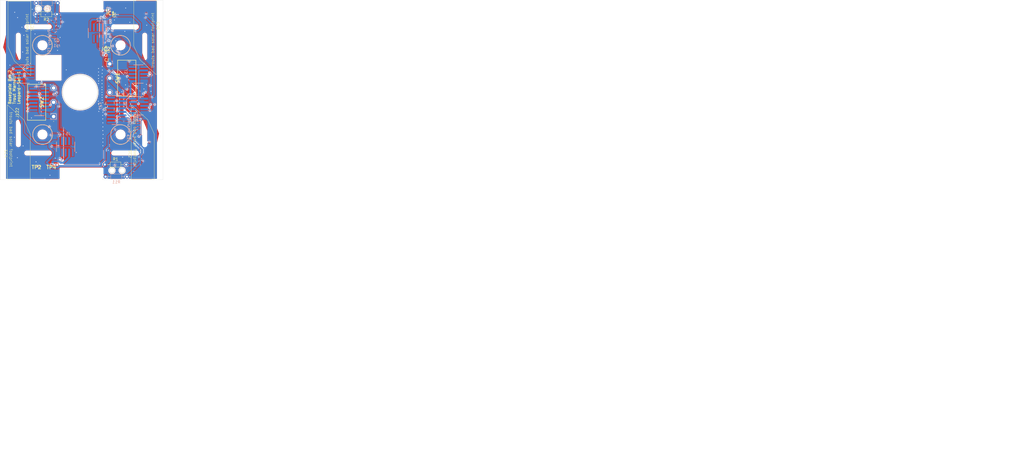
<source format=kicad_pcb>
(kicad_pcb (version 20221018) (generator pcbnew)
  (layers (0 "F.Cu" signal) (1 "In1.Cu" signal) (2 "In2.Cu" signal) (31 "B.Cu" signal) (34 "B.Paste" user) (35 "F.Paste" user) (36 "B.SilkS" user "B.Silkscreen") (37 "F.SilkS" user "F.Silkscreen") (38 "B.Mask" user) (39 "F.Mask" user) (44 "Edge.Cuts" user))
  (net 0 "")
  (net 1 "GND")
  (net 2 "VMPPT")
  (net 3 "Battery +")
  (net 4 "SCL(1)")
  (net 5 "SDA(1)")
  (net 6 "SCL(2)")
  (net 7 "SDA(2) ")
  (net 8 "PWM1(1)")
  (net 9 "PWM1(2)")
  (net 10 "PWM2(1)")
  (net 11 "1.8V")
  (net 12 "DRV ENABLE 3")
  (net 13 "DRV ENABLE 2")
  (net 14 "DRV ENABLE 1")
  (net 15 "PWM2(5)")
  (net 16 "MPPT ENABLE ")
  (net 17 "PWM1(5)")
  (net 18 "DRV ENABLE 5")
  (net 19 "PWM2(2) ")
  (net 20 "PWM1(3)")
  (net 21 "PWM2(3)")
  (net 22 "PWM1(4)")
  (net 23 "PWM2(4)")
  (net 24 "DRV ENABLE 4")
  (net 25 "RF ANTENNA")
  (net 28 "MCU ENABLE 2")
  (net 29 "MCU ENABLE 1")
  (net 30 "VBAT+")
  (net 34 "Net-(Q1-S)")
  (net 35 "Net-(Q2-S)")
  (net 36 "Vsolar")
  (footprint "Resistor_THT:R_Axial_DIN0204_L3.6mm_D1.6mm_P7.62mm_Horizontal" (layer "F.Cu") (at 52.69 72.88)
    (fp_text reference "R1")
    (fp_text value "R_Small_US")
  )
  (footprint "Capacitor_SMD:C_0402_1005Metric" (layer "F.Cu") (at 53.53 33.88 180)
    (fp_text reference "C1")
    (fp_text value "0.1uF" hide)
  )
  (footprint "Resistor_THT:R_Axial_DIN0204_L3.6mm_D1.6mm_P7.62mm_Horizontal" (layer "F.Cu") (at 35.68 19.28 180)
    (fp_text reference "R2")
    (fp_text value "R_Small_US" hide)
  )
  (footprint "KiCad:5016" (layer "F.Cu") (at 34.02 76.31)
    (fp_text reference "TP4")
    (fp_text value "TestPoint" hide)
  )
  (footprint "Trisolar-x:solar" (layer "F.Cu") (at 27.368 23.802 90)
    (fp_text reference "SC1")
    (fp_text value "Solar_Cell" hide)
  )
  (footprint "Connector_Coaxial:U.FL_Molex_MCRF_73412-0110_Vertical" (layer "F.Cu") (at 54.55 52.01 -90)
    (fp_text reference "J8" hide)
    (fp_text value "Conn_Coaxial" hide)
  )
  (footprint "Switch:D2FA1" (layer "F.Cu") (at 34.45 55.76 90)
    (fp_text reference "SW2")
    (fp_text value "SW_SPDT" hide)
  )
  (footprint "Capacitor_SMD:C_0402_1005Metric" (layer "F.Cu") (at 57.171 19.496 90)
    (fp_text reference "C2")
    (fp_text value "0.1uF" hide)
  )
  (footprint "Light:SOTFL50P190X60-8N" (layer "F.Cu") (at 53.14 31.73 180)
    (fp_text reference "IC2")
    (fp_text value "OPT4048DTSR" hide)
  )
  (footprint "Trisolar-x:solar" (layer "F.Cu") (at 61.1378 69.095 -90)
    (fp_text reference "SC2")
    (fp_text value "Solar_Cell" hide)
  )
  (footprint "KiCad:5016" (layer "F.Cu") (at 28.75 76.28)
    (fp_text reference "TP2")
    (fp_text value "TestPoint" hide)
  )
  (footprint "PICO TRANSISTOR:antenna" (layer "F.Cu") (at 44.42 62.71 -90)
    (fp_text reference "U1" hide)
    (fp_text value "~" hide)
  )
  (footprint "Switch:D2FA1" (layer "F.Cu") (at 54.45 37 -90)
    (fp_text reference locked "SW1")
    (fp_text value "SW_SPDT" hide)
  )
  (footprint "Trisolar-x:solar" (layer "F.Cu") (at 16.96 69.045 -90)
    (fp_text reference "SC4")
    (fp_text value "Solar_Cell" hide)
  )
  (footprint "PICO TRANSISTOR:antenna" (layer "F.Cu") (at 44.35 28.2 90)
    (fp_text reference "U2" hide)
    (fp_text value "~" hide)
  )
  (footprint "Temp:SON65P200X200X80-7N" (layer "F.Cu") (at 54.761 18.986)
    (fp_text reference "IC1")
    (fp_text value "TMP117MAIDRVR" hide)
  )
  (footprint "Trisolar-x:solar" (layer "F.Cu") (at 72.1 23.43 90)
    (fp_text reference "SC3")
    (fp_text value "Solar_Cell" hide)
  )
  (footprint "Resistor_THT:R_Axial_DIN0204_L3.6mm_D1.6mm_P7.62mm_Horizontal" (layer "B.Cu") (at 52.94 77.18)
    (fp_text reference "R11")
    (fp_text value "R_Small_US" hide)
  )
  (footprint "Capacitor_SMD:C_0402_1005Metric" (layer "B.Cu") (at 64.16 56.55 180)
    (fp_text reference "rp2")
    (fp_text value "100k" hide)
  )
  (footprint "FTSH-105-01-L-DV:SAMTEC_FTSH-105-XX-X-DV" (layer "B.Cu") (at 50.06 26.015 180)
    (fp_text reference "J12")
    (fp_text value "FTSH-105-XX-X-DV")
  )
  (footprint "Package_TO_SOT_SMD:SOT-23" (layer "B.Cu") (at 35.5375 26.28)
    (fp_text reference "Q2")
    (fp_text value "2N7002" hide)
  )
  (footprint "Capacitor_SMD:C_0402_1005Metric" (layer "B.Cu") (at 35.6 29.3)
    (fp_text reference "rp1")
    (fp_text value "100k" hide)
  )
  (footprint "Header:SAMTEC_FTSH-105-XX-X-DV" (layer "B.Cu") (at 64.665 51.94 -90)
    (fp_text reference "J6")
    (fp_text value "FTSH-105-XX-X-DV")
  )
  (footprint "Header:SAMTEC_FTSH-105-XX-X-DV" (layer "B.Cu") (at 64.665 40.62 -90)
    (fp_text reference "J3")
    (fp_text value "FTSH-105-XX-X-DV")
  )
  (footprint "Header:SAMTEC_FTSH-105-XX-X-DV" (layer "B.Cu") (at 38.74 66.545 180)
    (fp_text reference "J5")
    (fp_text value "FTSH-105-XX-X-DV")
  )
  (footprint "Header:SAMTEC_FTSH-105-XX-X-DV" (layer "B.Cu") (at 24.135 40.62 -90)
    (fp_text reference "J4")
    (fp_text value "FTSH-105-XX-X-DV")
  )
  (footprint "Package_TO_SOT_SMD:SOT-23" (layer "B.Cu") (at 63.55 58.83 180)
    (fp_text reference "Q1")
    (fp_text value "2N7002" hide)
  )
  (footprint "Resistor_THT:R_Axial_DIN0204_L3.6mm_D1.6mm_P7.62mm_Horizontal" (layer "B.Cu") (at 28.29 15.33)
    (fp_text reference "R14")
    (fp_text value "R_Small_US" hide)
  )
  (footprint "baseplate to pt b:SAMTEC_FW-08-03-G-D-335-065" (layer "B.Cu") (at 29.35 50.28 -90)
    (fp_text reference "J122")
    (fp_text value "FLE-108-01-XX-DV" hide)
  )
  (footprint "baseplate to pt b:SAMTEC_FW-08-03-G-D-335-065" (layer "B.Cu") (at 53.7562 53.8268)
    (fp_text reference "J23")
    (fp_text value "FLE-108-01-XX-DV" hide)
  )
  (gr_circle (center 58.3 62.18) (end 61.8 62.18) (stroke (width 0.2)) (fill none) (layer "B.SilkS"))
  (gr_circle (center 58.3 30.38) (end 61.8 30.38) (stroke (width 0.2)) (fill none) (layer "B.SilkS"))
  (gr_circle (center 30.5 30.38) (end 34 30.38) (stroke (width 0.2)) (fill none) (layer "B.SilkS"))
  (gr_circle (center 30.5 62.18) (end 34 62.18) (stroke (width 0.2)) (fill none) (layer "B.SilkS"))
  (gr_circle (center 30.55 62.18) (end 27.05 62.18) (stroke (width 0.2)) (fill none) (layer "F.SilkS"))
  (gr_circle (center 58.3 62.18) (end 54.8 62.18) (stroke (width 0.2)) (fill none) (layer "F.SilkS"))
  (gr_circle (center 58.25 30.38) (end 54.75 30.38) (stroke (width 0.2)) (fill none) (layer "F.SilkS"))
  (gr_circle (center 30.45 30.38) (end 26.95 30.38) (stroke (width 0.2)) (fill none) (layer "F.SilkS"))
  (gr_arc (start 66.3 57.78) (mid 66.9 57.18) (end 67.5 57.78) (stroke (width 0.05)) (layer "Edge.Cuts"))
  (gr_circle (center 55.25 74.98) (end 56.25 74.98) (stroke (width 0.2)) (fill none) (layer "Edge.Cuts"))
  (gr_line (start 54.4 14.28) (end 73.4 14.28) (stroke (width 0.05)) (layer "Edge.Cuts"))
  (gr_circle (center 32.3 17.33) (end 33.3 17.33) (stroke (width 0.2)) (fill none) (layer "Edge.Cuts"))
  (gr_line (start 22.5 26.78) (end 22.5 34.78) (stroke (width 0.05)) (layer "Edge.Cuts"))
  (gr_circle (center 29.05 17.33) (end 30.05 17.33) (stroke (width 0.2)) (fill none) (layer "Edge.Cuts"))
  (gr_arc (start 21.3 26.78) (mid 21.9 26.18) (end 22.5 26.78) (stroke (width 0.05)) (layer "Edge.Cuts"))
  (gr_circle (center 58.85 74.98) (end 57.85 74.98) (stroke (width 0.2)) (fill none) (layer "Edge.Cuts"))
  (gr_line (start 15.4 14.28) (end 15.4 78.28) (stroke (width 0.05)) (layer "Edge.Cuts"))
  (gr_line (start 55.9 68.18) (end 63.9 68.18) (stroke (width 0.05)) (layer "Edge.Cuts"))
  (gr_arc (start 55.9 24.38) (mid 55.3 23.78) (end 55.9 23.18) (stroke (width 0.05)) (layer "Edge.Cuts"))
  (gr_line (start 36.9 74.28) (end 36.9 75.28) (stroke (width 0.05)) (layer "Edge.Cuts"))
  (gr_line (start 51.9 74.4) (end 51.78 74.28) (stroke (width 0.05)) (layer "Edge.Cuts"))
  (gr_line (start 73.4 78.28) (end 73.4 14.28) (stroke (width 0.05)) (layer "Edge.Cuts"))
  (gr_line (start 36.9 78.28) (end 36.9 75.28) (stroke (width 0.05)) (layer "Edge.Cuts"))
  (gr_line (start 51.9 75.28) (end 51.9 74.4) (stroke (width 0.05)) (layer "Edge.Cuts"))
  (gr_arc (start 63.9 68.18) (mid 64.5 68.78) (end 63.9 69.38) (stroke (width 0.05)) (layer "Edge.Cuts"))
  (gr_arc (start 32.9 23.18) (mid 33.5 23.78) (end 32.9 24.38) (stroke (width 0.05)) (layer "Edge.Cuts"))
  (gr_arc (start 22.5 34.78) (mid 21.9 35.38) (end 21.3 34.78) (stroke (width 0.05)) (layer "Edge.Cuts"))
  (gr_line (start 36.9 74.28) (end 51.78 74.28) (stroke (width 0.05)) (layer "Edge.Cuts"))
  (gr_line (start 66.3 34.78) (end 66.3 26.78) (stroke (width 0.05)) (layer "Edge.Cuts"))
  (gr_line (start 34.4 14.28) (end 36.9 14.28) (stroke (width 0.05)) (layer "Edge.Cuts"))
  (gr_arc (start 24.9 24.38) (mid 24.3 23.78) (end 24.9 23.18) (stroke (width 0.05)) (layer "Edge.Cuts"))
  (gr_arc (start 24.9 69.38) (mid 24.3 68.78) (end 24.9 68.18) (stroke (width 0.05)) (layer "Edge.Cuts"))
  (gr_line (start 24.9 68.18) (end 32.9 68.18) (stroke (width 0.05)) (layer "Edge.Cuts"))
  (gr_line (start 63.9 69.38) (end 55.9 69.38) (stroke (width 0.05)) (layer "Edge.Cuts"))
  (gr_line (start 55.9 23.18) (end 63.9 23.18) (stroke (width 0.05)) (layer "Edge.Cuts"))
  (gr_line (start 54.4 14.28) (end 51.9 14.28) (stroke (width 0.05)) (layer "Edge.Cuts"))
  (gr_line (start 36.9 14.28) (end 36.9 17.28) (stroke (width 0.05)) (layer "Edge.Cuts"))
  (gr_arc (start 67.5 34.78) (mid 66.9 35.38) (end 66.3 34.78) (stroke (width 0.05)) (layer "Edge.Cuts"))
  (gr_line (start 51.9 18.28) (end 51.9 17.28) (stroke (width 0.05)) (layer "Edge.Cuts"))
  (gr_circle (center 58.3 62.18) (end 59.8 62.18) (stroke (width 0.05)) (fill none) (layer "Edge.Cuts"))
  (gr_line (start 32.9 69.38) (end 24.9 69.38) (stroke (width 0.05)) (layer "Edge.Cuts"))
  (gr_arc (start 67.5 65.78) (mid 66.9 66.38) (end 66.3 65.78) (stroke (width 0.05)) (layer "Edge.Cuts"))
  (gr_circle (center 30.5 30.38) (end 32 30.38) (stroke (width 0.05)) (fill none) (layer "Edge.Cuts"))
  (gr_line (start 67.5 57.78) (end 67.5 65.78) (stroke (width 0.05)) (layer "Edge.Cuts"))
  (gr_arc (start 21.3 57.78) (mid 21.9 57.18) (end 22.5 57.78) (stroke (width 0.05)) (layer "Edge.Cuts"))
  (gr_circle (center 58.3 30.38) (end 59.8 30.38) (stroke (width 0.05)) (fill none) (layer "Edge.Cuts"))
  (gr_arc (start 66.3 26.78) (mid 66.9 26.18) (end 67.5 26.78) (stroke (width 0.05)) (layer "Edge.Cuts"))
  (gr_circle locked (center 43.9 47.07) (end 50.15 47.07) (stroke (width 0.2)) (fill none) (layer "Edge.Cuts"))
  (gr_line (start 67.5 26.78) (end 67.5 34.78) (stroke (width 0.05)) (layer "Edge.Cuts"))
  (gr_rect (start 28.39 34.09) (end 36.99 42.69) (stroke (width 0.05)) (fill none) (layer "Edge.Cuts"))
  (gr_arc (start 22.5 65.78) (mid 21.9 66.38) (end 21.3 65.78) (stroke (width 0.05)) (layer "Edge.Cuts"))
  (gr_line (start 63.9 24.38) (end 55.9 24.38) (stroke (width 0.05)) (layer "Edge.Cuts"))
  (gr_line (start 32.9 24.38) (end 24.9 24.38) (stroke (width 0.05)) (layer "Edge.Cuts"))
  (gr_line (start 34.4 14.28) (end 15.4 14.28) (stroke (width 0.05)) (layer "Edge.Cuts"))
  (gr_line (start 36.9 17.28) (end 36.9 18.28) (stroke (width 0.05)) (layer "Edge.Cuts"))
  (gr_line (start 54.4 78.28) (end 73.4 78.28) (stroke (width 0.05)) (layer "Edge.Cuts"))
  (gr_arc (start 63.9 23.18) (mid 64.5 23.78) (end 63.9 24.38) (stroke (width 0.05)) (layer "Edge.Cuts"))
  (gr_line (start 21.3 34.78) (end 21.3 26.78) (stroke (width 0.05)) (layer "Edge.Cuts"))
  (gr_line (start 22.5 57.78) (end 22.5 65.78) (stroke (width 0.05)) (layer "Edge.Cuts"))
  (gr_circle (center 30.5 62.18) (end 32 62.18) (stroke (width 0.05)) (fill none) (layer "Edge.Cuts"))
  (gr_line (start 51.9 18.28) (end 36.9 18.28) (stroke (width 0.05)) (layer "Edge.Cuts"))
  (gr_line (start 51.9 75.28) (end 51.9 78.28) (stroke (width 0.05)) (layer "Edge.Cuts"))
  (gr_line (start 34.4 78.28) (end 15.4 78.28) (stroke (width 0.05)) (layer "Edge.Cuts"))
  (gr_line (start 24.9 23.18) (end 32.9 23.18) (stroke (width 0.05)) (layer "Edge.Cuts"))
  (gr_line (start 54.4 78.28) (end 51.9 78.28) (stroke (width 0.05)) (layer "Edge.Cuts"))
  (gr_line (start 34.4 78.28) (end 36.9 78.28) (stroke (width 0.05)) (layer "Edge.Cuts"))
  (gr_line (start 21.3 65.78) (end 21.3 57.78) (stroke (width 0.05)) (layer "Edge.Cuts"))
  (gr_line (start 66.3 65.78) (end 66.3 57.78) (stroke (width 0.05)) (layer "Edge.Cuts"))
  (gr_line (start 51.9 14.28) (end 51.9 17.28) (stroke (width 0.05)) (layer "Edge.Cuts"))
  (gr_arc (start 32.9 68.18) (mid 33.5 68.78) (end 32.9 69.38) (stroke (width 0.05)) (layer "Edge.Cuts"))
  (gr_arc (start 55.9 69.38) (mid 55.3 68.78) (end 55.9 68.18) (stroke (width 0.05)) (layer "Edge.Cuts"))
  (gr_text "Backup FET\n" (at 61.8 56.08 -270) (layer "B.SilkS") (effects (font (size 1 1)) (justify left bottom mirror)))
  (gr_text "Primary FET\n" (at 33.5 24.63 -270) (layer "B.SilkS") (effects (font (size 1 1)) (justify left bottom mirror)))
  (gr_text "Baseplate Rev.2 \nTrout Marnell\nLeopard-Sat-1" (at 22.65 51.48 90) (layer "F.SilkS") (effects (font (size 1 1) (thickness 0.2) bold) (justify left bottom)))
  (via (at 51.92 55.4) (size 0.6) (drill 0.3) (layers "F.Cu" "B.Cu") (net 1))
  (via (at 52.02 63.58) (size 0.6) (drill 0.3) (layers "F.Cu" "B.Cu") (net 1))
  (via (at 51.95 50.84) (size 0.6) (drill 0.3) (layers "F.Cu" "B.Cu") (net 1))
  (via (at 61.59 22.17) (size 0.6) (drill 0.3) (layers "F.Cu" "B.Cu") (net 1))
  (via (at 51.97 60.78) (size 0.6) (drill 0.3) (layers "F.Cu" "B.Cu") (net 1))
  (via (at 28.21 71.9) (size 0.6) (drill 0.3) (layers "F.Cu" "B.Cu") (net 1))
  (via (at 51.68 46.2) (size 0.6) (drill 0.3) (layers "F.Cu" "B.Cu") (net 1))
  (via (at 35.07 70.6) (size 0.6) (drill 0.3) (layers "F.Cu" "B.Cu") (net 1))
  (via (at 26.57 56.28) (size 0.6) (drill 0.3) (layers "F.Cu" "B.Cu") (net 1))
  (via (at 50.4 50.3) (size 0.6) (drill 0.3) (layers "F.Cu" "B.Cu") (net 1))
  (via (at 60.94 62.35) (size 0.6) (drill 0.3) (layers "F.Cu" "B.Cu") (net 1))
  (via (at 51.68 42.88) (size 0.6) (drill 0.3) (layers "F.Cu" "B.Cu") (net 1))
  (via (at 55.43 32.4) (size 0.6) (drill 0.3) (layers "F.Cu" "B.Cu") (net 1))
  (via (at 36.79 27.57) (size 0.6) (drill 0.3) (layers "F.Cu" "B.Cu") (net 1))
  (via (at 51.69 45.29) (size 0.6) (drill 0.3) (layers "F.Cu" "B.Cu") (net 1))
  (via (at 21.64 20.5) (size 0.6) (drill 0.3) (layers "F.Cu" "B.Cu") (net 1))
  (via (at 51.68 47.14) (size 0.6) (drill 0.3) (layers "F.Cu" "B.Cu") (net 1))
  (via (at 56.11 21.35) (size 0.6) (drill 0.3) (layers "F.Cu" "B.Cu") (net 1))
  (via (at 60.95 58.8) (size 0.6) (drill 0.3) (layers "F.Cu" "B.Cu") (net 1))
  (via (at 60.12 17.1) (size 0.6) (drill 0.3) (layers "F.Cu" "B.Cu") (net 1))
  (via (at 69.11 46.8) (size 0.6) (drill 0.3) (layers "F.Cu" "B.Cu") (net 1))
  (via (at 31.56 19.5) (size 0.6) (drill 0.3) (layers "F.Cu" "B.Cu") (net 1))
  (via (at 51.71 48.04) (size 0.6) (drill 0.3) (layers "F.Cu" "B.Cu") (net 1))
  (via (at 51.76 49.95) (size 0.6) (drill 0.3) (layers "F.Cu" "B.Cu") (net 1))
  (via (at 50.46 38.66) (size 0.6) (drill 0.3) (layers "F.Cu" "B.Cu") (net 1))
  (via (at 20.47 63.17) (size 0.6) (drill 0.3) (layers "F.Cu" "B.Cu") (net 1))
  (via (at 52 59.45) (size 0.6) (drill 0.3) (layers "F.Cu" "B.Cu") (net 1))
  (via (at 50.46 41.07) (size 0.6) (drill 0.3) (layers "F.Cu" "B.Cu") (net 1))
  (via (at 51.74 41.64) (size 0.6) (drill 0.3) (layers "F.Cu" "B.Cu") (net 1))
  (via (at 54.1 44.96) (size 0.6) (drill 0.3) (layers "F.Cu" "B.Cu") (net 1))
  (via (at 51.71 48.95) (size 0.6) (drill 0.3) (layers "F.Cu" "B.Cu") (net 1))
  (via (at 23.61 66.23) (size 0.6) (drill 0.3) (layers "F.Cu" "B.Cu") (net 1))
  (via (at 51.82 39.2) (size 0.6) (drill 0.3) (layers "F.Cu" "B.Cu") (net 1))
  (via (at 18.89 37.47) (size 0.6) (drill 0.3) (layers "F.Cu" "B.Cu") (net 1))
  (via (at 21.56 70.43) (size 0.6) (drill 0.3) (layers "F.Cu" "B.Cu") (net 1))
  (via (at 59.8 25.41) (size 0.6) (drill 0.3) (layers "F.Cu" "B.Cu") (net 1))
  (via (at 38.97 39.12) (size 0.6) (drill 0.3) (layers "F.Cu" "B.Cu") (net 1))
  (via (at 51.99 64.89) (size 0.6) (drill 0.3) (layers "F.Cu" "B.Cu") (net 1))
  (via (at 50.46 39.9) (size 0.6) (drill 0.3) (layers "F.Cu" "B.Cu") (net 1))
  (via (at 29.18 43.69) (size 0.6) (drill 0.3) (layers "F.Cu" "B.Cu") (net 1))
  (via (at 20.61 18.61) (size 0.6) (drill 0.3) (layers "F.Cu" "B.Cu") (net 1))
  (via (at 51.97 54.23) (size 0.6) (drill 0.3) (layers "F.Cu" "B.Cu") (net 1))
  (via (at 50.54 53.95) (size 0.6) (drill 0.3) (layers "F.Cu" "B.Cu") (net 1))
  (via (at 52.08 62.16) (size 0.6) (drill 0.3) (layers "F.Cu" "B.Cu") (net 1))
  (via (at 26.86 17.56) (size 0.6) (drill 0.3) (layers "F.Cu" "B.Cu") (net 1))
  (via (at 33.16 76.69) (size 0.6) (drill 0.3) (layers "F.Cu" "B.Cu") (net 1))
  (via (at 51.99 58.01) (size 0.6) (drill 0.3) (layers "F.Cu" "B.Cu") (net 1))
  (via (at 51.95 56.6) (size 0.6) (drill 0.3) (layers "F.Cu" "B.Cu") (net 1))
  (via (at 59.03 70.24) (size 0.6) (drill 0.3) (layers "F.Cu" "B.Cu") (net 1))
  (via (at 51.76 40.42) (size 0.6) (drill 0.3) (layers "F.Cu" "B.Cu") (net 1))
  (via (at 50.44 42.23) (size 0.6) (drill 0.3) (layers "F.Cu" "B.Cu") (net 1))
  (via (at 33.3 44.45) (size 0.6) (drill 0.3) (layers "F.Cu" "B.Cu") (net 1))
  (via (at 35.86 32.17) (size 0.6) (drill 0.3) (layers "F.Cu" "B.Cu") (net 1))
  (via (at 67.51 44.3) (size 0.6) (drill 0.3) (layers "F.Cu" "B.Cu") (net 1))
  (via (at 23.18 23.92) (size 0.6) (drill 0.3) (layers "F.Cu" "B.Cu") (net 1))
  (via (at 67.6 23.23) (size 0.6) (drill 0.3) (layers "F.Cu" "B.Cu") (net 1))
  (via (at 50.67 53) (size 0.6) (drill 0.3) (layers "F.Cu" "B.Cu") (net 1))
  (via (at 27.84 26.33) (size 0.6) (drill 0.3) (layers "F.Cu" "B.Cu") (net 1))
  (via (at 23.86 26.83) (size 0.6) (drill 0.3) (layers "F.Cu" "B.Cu") (net 1))
  (via (at 51.203398 52.08687) (size 0.6) (drill 0.3) (layers "F.Cu" "B.Cu") (net 1))
  (via (at 23.44 32.79) (size 0.6) (drill 0.3) (layers "F.Cu" "B.Cu") (net 1))
  (via (at 60.07 44.49) (size 0.6) (drill 0.3) (layers "F.Cu" "B.Cu") (net 1))
  (via (at 56.59 28.75) (size 0.6) (drill 0.3) (layers "F.Cu" "B.Cu") (net 1))
  (via (at 51.79 37.95) (size 0.6) (drill 0.3) (layers "F.Cu" "B.Cu") (net 1))
  (via (at 52 66.18) (size 0.6) (drill 0.3) (layers "F.Cu" "B.Cu") (net 1))
  (via (at 50.48 43.11) (size 0.6) (drill 0.3) (layers "F.Cu" "B.Cu") (net 1))
  (via (at 51.71 44.05) (size 0.6) (drill 0.3) (layers "F.Cu" "B.Cu") (net 1))
  (via (at 50.46 44.03) (size 0.6) (drill 0.3) (layers "F.Cu" "B.Cu") (net 1))
  (via (at 66.62 45.93) (size 0.6) (drill 0.3) (layers "F.Cu" "B.Cu") (net 1))
  (via (at 50.48 51.3) (size 0.6) (drill 0.3) (layers "F.Cu" "B.Cu") (net 1))
  (segment (start 59.92 52.661156) (end 59.92 49.66) (width 0.7) (layer "F.Cu") (net 2))
  (segment (start 59.92 49.66) (end 61.8 47.78) (width 0.7) (layer "F.Cu") (net 2))
  (segment (start 62.474 55.215156) (end 59.92 52.661156) (width 0.7) (layer "F.Cu") (net 2))
  (via (at 56.28 60.48) (size 0.6) (drill 0.3) (layers "F.Cu" "B.Cu") (net 2))
  (via (at 62.474 55.215156) (size 0.6) (drill 0.3) (layers "F.Cu" "B.Cu") (net 2))
  (via (at 63.692569 25.242225) (size 0.6) (drill 0.3) (layers "F.Cu" "B.Cu") (net 2))
  (via (at 61.8 47.78) (size 0.6) (drill 0.3) (layers "F.Cu" "B.Cu") (net 2))
  (via (at 57.2 52.93) (size 0.6) (drill 0.3) (layers "F.Cu" "B.Cu") (net 2))
  (segment (start 53.452944 66.63) (end 53.91 66.63) (width 0.7) (layer "B.Cu") (net 2))
  (segment (start 52.76 68.337056) (end 52.75 68.327056) (width 0.7) (layer "B.Cu") (net 2))
  (segment (start 34.397918 64.51) (end 32.88 66.027918) (width 0.7) (layer "B.Cu") (net 2))
  (segment (start 32.88 66.732082) (end 33.377918 67.23) (width 0.7) (layer "B.Cu") (net 2))
  (segment (start 57.2 52.93) (end 58.865 52.93) (width 0.7) (layer "B.Cu") (net 2))
  (segment (start 62.63 54.48) (end 62.63 55.059156) (width 0.7) (layer "B.Cu") (net 2))
  (segment (start 31.98 72.1) (end 33.87 73.99) (width 0.7) (layer "B.Cu") (net 2))
  (segment (start 58.925 52.87) (end 58.9251 52.87) (width 0.2) (layer "B.Cu") (net 2))
  (segment (start 51.38 72.3) (end 52.76 70.92) (width 0.7) (layer "B.Cu") (net 2))
  (segment (start 53.632918 21.235) (end 55.027918 19.84) (width 0.7) (layer "B.Cu") (net 2))
  (segment (start 58.865 52.93) (end 58.925 52.87) (width 0.7) (layer "B.Cu") (net 2))
  (segment (start 58.9251 52.87) (end 58.985 52.8101) (width 0.2) (layer "B.Cu") (net 2))
  (segment (start 34.36 69.72) (end 31.98 72.1) (width 0.7) (layer "B.Cu") (net 2))
  (segment (start 36.2 64.51) (end 35.38 65.33) (width 0.7) (layer "B.Cu") (net 2))
  (segment (start 65.352433 22.642433) (end 65.352433 24.381618) (width 0.7) (layer "B.Cu") (net 2))
  (segment (start 24.15 61.48) (end 24.15 45.21) (width 0.7) (layer "B.Cu") (net 2))
  (segment (start 35.38 65.33) (end 28 65.33) (width 0.7) (layer "B.Cu") (net 2))
  (segment (start 65.352433 24.381618) (end 64.491826 25.242225) (width 0.7) (layer "B.Cu") (net 2))
  (segment (start 62.63 55.059156) (end 62.474 55.215156) (width 0.7) (layer "B.Cu") (net 2))
  (segment (start 58.925 52.87) (end 58.985 52.81) (width 0.7) (layer "B.Cu") (net 2))
  (segment (start 36.2 64.51) (end 34.397918 64.51) (width 0.7) (layer "B.Cu") (net 2))
  (segment (start 51.38 73.43) (end 51.38 72.3) (width 0.7) (layer "B.Cu") (net 2))
  (segment (start 47.52 23.98) (end 47.52 21.885) (width 0.7) (layer "B.Cu") (net 2))
  (segment (start 47.52 21.885) (end 48.17 21.235) (width 0.7) (layer "B.Cu") (net 2))
  (segment (start 32.88 66.027918) (end 32.88 66.732082) (width 0.7) (layer "B.Cu") (net 2))
  (segment (start 52.75 67.332944) (end 53.452944 66.63) (width 0.7) (layer "B.Cu") (net 2))
  (segment (start 55.027918 19.84) (end 62.55 19.84) (width 0.7) (layer "B.Cu") (net 2))
  (segment (start 36.547918 73.43) (end 51.38 73.43) (width 0.7) (layer "B.Cu") (net 2))
  (segment (start 33.404051 67.23) (end 34.36 68.185949) (width 0.7) (layer "B.Cu") (net 2))
  (segment (start 53.91 62.85) (end 56.28 60.48) (width 0.7) (layer "B.Cu") (net 2))
  (segment (start 62.55 19.84) (end 65.352433 22.642433) (width 0.7) (layer "B.Cu") (net 2))
  (segment (start 52.75 68.327056) (end 52.75 67.332944) (width 0.7) (layer "B.Cu") (net 2))
  (segment (start 28 65.33) (end 24.15 61.48) (width 0.7) (layer "B.Cu") (net 2))
  (segment (start 52.76 70.92) (end 52.76 68.337056) (width 0.7) (layer "B.Cu") (net 2))
  (segment (start 48.17 21.235) (end 53.632918 21.235) (width 0.7) (layer "B.Cu") (net 2))
  (segment (start 24.15 45.21) (end 22.1 43.16) (width 0.7) (layer "B.Cu") (net 2))
  (segment (start 61.8 43.99) (end 61.8 47.78) (width 0.7) (layer "B.Cu") (net 2))
  (segment (start 35.987918 73.99) (end 36.547918 73.43) (width 0.7) (layer "B.Cu") (net 2))
  (segment (start 33.377918 67.23) (end 33.404051 67.23) (width 0.7) (layer "B.Cu") (net 2))
  (segment (start 64.491826 25.242225) (end 63.692569 25.242225) (width 0.7) (layer "B.Cu") (net 2))
  (segment (start 33.87 73.99) (end 35.987918 73.99) (width 0.7) (layer "B.Cu") (net 2))
  (segment (start 34.36 68.185949) (end 34.36 69.72) (width 0.7) (layer "B.Cu") (net 2))
  (segment (start 53.91 66.63) (end 53.91 62.85) (width 0.7) (layer "B.Cu") (net 2))
  (segment (start 62.63 43.16) (end 61.8 43.99) (width 0.7) (layer "B.Cu") (net 2))
  (segment (start 61.12 52.1641) (end 63.68 54.7241) (width 1.3) (layer "F.Cu") (net 3))
  (segment (start 31.65 73.38) (end 28.75 76.28) (width 0.7) (layer "F.Cu") (net 3))
  (segment (start 59.75 67.03) (end 54.75 67.03) (width 1.3) (layer "F.Cu") (net 3))
  (segment (start 33.3305 73.38) (end 31.65 73.38) (width 0.7) (layer "F.Cu") (net 3))
  (segment (start 52.94 75.811) (end 52.94 77.18) (width 0.2) (layer "F.Cu") (net 3))
  (segment (start 54.45 37) (end 64.71 47.26) (width 1.3) (layer "F.Cu") (net 3))
  (segment (start 63.796 49.4881) (end 63.875 49.4091) (width 0.2) (layer "F.Cu") (net 3))
  (segment (start 61.12 50.157056) (end 61.12 52.1641) (width 1.3) (layer "F.Cu") (net 3))
  (segment (start 53.05 75.701) (end 53.05 77.07) (width 1.3) (layer "F.Cu") (net 3))
  (segment (start 24.14 38.72) (end 25.103624 37.756376) (width 1) (layer "F.Cu") (net 3))
  (segment (start 64.71 48.5741) (end 63.796 49.4881) (width 1.3) (layer "F.Cu") (net 3))
  (segment (start 63.796 49.4881) (end 61.788956 49.4881) (width 1.3) (layer "F.Cu") (net 3))
  (segment (start 63.68 54.7241) (end 63.68 63.1) (width 1.3) (layer "F.Cu") (net 3))
  (segment (start 53.05 75.701) (end 52.94 75.811) (width 0.2) (layer "F.Cu") (net 3))
  (segment (start 31.220658 25.749342) (end 25.103624 31.866376) (width 1.3) (layer "F.Cu") (net 3))
  (segment (start 52.69 72.88) (end 53.05 73.24) (width 1.3) (layer "F.Cu") (net 3))
  (segment (start 63.875 49.4091) (end 63.875 44.9049) (width 0.2) (layer "F.Cu") (net 3))
  (segment (start 63.68 63.1) (end 59.75 67.03) (width 1.3) (layer "F.Cu") (net 3))
  (segment (start 64.71 47.26) (end 64.71 48.5741) (width 1.3) (layer "F.Cu") (net 3))
  (segment (start 54.75 67.03) (end 53.95 67.83) (width 1.3) (layer "F.Cu") (net 3))
  (segment (start 61.788956 49.4881) (end 61.12 50.157056) (width 1.3) (layer "F.Cu") (net 3))
  (segment (start 53.05 73.24) (end 53.05 75.701) (width 1.3) (layer "F.Cu") (net 3))
  (segment (start 34.044665 25.749342) (end 31.220658 25.749342) (width 1.3) (layer "F.Cu") (net 3))
  (segment (start 34.08 72.6305) (end 33.3305 73.38) (width 0.7) (layer "F.Cu") (net 3))
  (segment (start 25.103624 37.756376) (end 25.103624 31.866376) (width 1.3) (layer "F.Cu") (net 3))
  (segment (start 36.247004 23.547003) (end 34.044665 25.749342) (width 1.3) (layer "F.Cu") (net 3))
  (via (at 36.247004 23.547003) (size 0.6) (drill 0.3) (layers "F.Cu" "B.Cu") (net 3))
  (via (at 25.22 49.645) (size 0.6) (drill 0.3) (layers "F.Cu" "B.Cu") (net 3))
  (via (at 63.875 44.9049) (size 0.6) (drill 0.3) (layers "F.Cu" "B.Cu") (net 3))
  (via (at 53.95 67.83) (size 0.6) (drill 0.3) (layers "F.Cu" "B.Cu") (net 3))
  (via (at 34.08 72.6305) (size 0.6) (drill 0.3) (layers "F.Cu" "B.Cu") (net 3))
  (via (at 24.14 38.72) (size 0.6) (drill 0.3) (layers "F.Cu" "B.Cu") (net 3))
  (segment (start 35.75 17.305) (end 35.75 15.49) (width 1.3) (layer "B.Cu") (net 3))
  (segment (start 64.133 44.6469) (end 64.755 44.6469) (width 0.2) (layer "B.Cu") (net 3))
  (segment (start 35.75 17.305) (end 35.91 17.145) (width 0.2) (layer "B.Cu") (net 3))
  (segment (start 64.98 39.35) (end 66.7 39.35) (width 0.7) (layer "B.Cu") (net 3))
  (segment (start 53.027204 31.956498) (end 52.26 31.956498) (width 1.3) (layer "B.Cu") (net 3))
  (segment (start 36.25 23.544007) (end 36.247004 23.547003) (width 1.3) (layer "B.Cu") (net 3))
  (segment (start 35.68 17.375) (end 35.75 17.305) (width 0.7) (layer "B.Cu") (net 3))
  (segment (start 34.08 72.6305) (end 34.08 71.86) (width 0.7) (layer "B.Cu") (net 3))
  (segment (start 52.26 31.956498) (end 51.33 31.026498) (width 1.3) (layer "B.Cu") (net 3))
  (segment (start 35.68 19.28) (end 35.68 17.375) (width 1.3) (layer "B.Cu") (net 3))
  (segment (start 24.77 39.35) (end 26.17 39.35) (width 0.7) (layer "B.Cu") (net 3))
  (segment (start 29.39 49.645) (end 29.39 54.325) (width 0.7) (layer "B.Cu") (net 3))
  (segment (start 29.39 54.325) (end 29.79 54.725) (width 0.7) (layer "B.Cu") (net 3))
  (segment (start 51.33 31.026498) (end 51.33 28.05) (width 1.3) (layer "B.Cu") (net 3))
  (segment (start 66.35 50.32) (end 64.755 50.32) (width 0.7) (layer "B.Cu") (net 3))
  (segment (start 34.25 71.69) (end 36.427918 71.69) (width 0.7) (layer "B.Cu") (net 3))
  (segment (start 64.755 44.6469) (end 64.755 39.575) (width 0.7) (layer "B.Cu") (net 3))
  (segment (start 37.985 72.2) (end 40.01 70.175) (width 0.7) (layer "B.Cu") (net 3))
  (segment (start 63.875 44.9049) (end 64.133 44.6469) (width 0.2) (layer "B.Cu") (net 3))
  (segment (start 34.08 71.86) (end 34.25 71.69) (width 0.7) (layer "B.Cu") (net 3))
  (segment (start 54.45 33.379294) (end 53.027204 31.956498) (width 1.3) (layer "B.Cu") (net 3))
  (segment (start 35.68 19.28) (end 36.25 19.85) (width 1.3) (layer "B.Cu") (net 3))
  (segment (start 40.01 70.175) (end 40.01 68.58) (width 0.7) (layer "B.Cu") (net 3))
  (segment (start 36.25 19.85) (end 36.25 23.544007) (width 1.3) (layer "B.Cu") (net 3))
  (segment (start 29.79 54.725) (end 31.385 54.725) (width 0.7) (layer "B.Cu") (net 3))
  (segment (start 64.755 39.575) (end 64.98 39.35) (width 0.7) (layer "B.Cu") (net 3))
  (segment (start 36.427918 71.69) (end 36.937918 72.2) (width 0.7) (layer "B.Cu") (net 3))
  (segment (start 64.755 50.32) (end 64.755 44.6469) (width 0.7) (layer "B.Cu") (net 3))
  (segment (start 54.45 37) (end 54.45 33.379294) (width 1.3) (layer "B.Cu") (net 3))
  (segment (start 34.45 55.76) (end 32.42 55.76) (width 1.3) (layer "B.Cu") (net 3))
  (segment (start 24.14 38.72) (end 24.77 39.35) (width 0.7) (layer "B.Cu") (net 3))
  (segment (start 53.95 67.83) (end 53.96 67.84) (width 1.3) (layer "B.Cu") (net 3))
  (segment (start 25.22 49.645) (end 27.315 49.645) (width 0.7) (layer "B.Cu") (net 3))
  (segment (start 66.7 50.67) (end 66.35 50.32) (width 0.7) (layer "B.Cu") (net 3))
  (segment (start 32.42 55.76) (end 31.385 54.725) (width 1.3) (layer "B.Cu") (net 3))
  (segment (start 35.91 17.145) (end 35.91 15.33) (width 0.2) (layer "B.Cu") (net 3))
  (segment (start 53.96 67.84) (end 53.96 71.61) (width 1.3) (layer "B.Cu") (net 3))
  (segment (start 53.96 71.61) (end 52.69 72.88) (width 1.3) (layer "B.Cu") (net 3))
  (segment (start 27.315 49.645) (end 29.39 49.645) (width 0.7) (layer "B.Cu") (net 3))
  (segment (start 36.937918 72.2) (end 37.985 72.2) (width 0.7) (layer "B.Cu") (net 3))
  (segment (start 29.88 55.26) (end 36.32 61.7) (width 0.2) (layer "F.Cu") (net 4))
  (segment (start 27.625882 45.0133) (end 24.064186 41.451604) (width 0.2) (layer "F.Cu") (net 4))
  (segment (start 62.53 62.44) (end 59.9 65.07) (width 0.2) (layer "F.Cu") (net 4))
  (segment (start 62.5305 58.0305) (end 62.53 58.031) (width 0.2) (layer "F.Cu") (net 4))
  (segment (start 52.57 67.866498) (end 52.57 71.585786) (width 0.2) (layer "F.Cu") (net 4))
  (segment (start 36.32 61.7) (end 36.69 62.07) (width 0.2) (layer "F.Cu") (net 4))
  (segment (start 59.9 65.07) (end 55.366498 65.07) (width 0.2) (layer "F.Cu") (net 4))
  (segment (start 36.14 62.862) (end 36.69 62.312) (width 0.2) (layer "F.Cu") (net 4))
  (segment (start 28.33 45.0133) (end 27.625882 45.0133) (width 0.2) (layer "F.Cu") (net 4))
  (segment (start 36.69 62.07) (end 36.69 62.312) (width 0.2) (layer "F.Cu") (net 4))
  (segment (start 36.14 73.3) (end 36.14 62.862) (width 0.2) (layer "F.Cu") (net 4))
  (segment (start 29.88 47.99) (end 29.88 55.26) (width 0.2) (layer "F.Cu") (net 4))
  (segment (start 52.57 71.585786) (end 50.855786 73.3) (width 0.2) (layer "F.Cu") (net 4))
  (segment (start 50.855786 73.3) (end 36.14 73.3) (width 0.2) (layer "F.Cu") (net 4))
  (segment (start 29.35 47.46) (end 29.88 47.99) (width 0.2) (layer "F.Cu") (net 4))
  (segment (start 62.53 58.031) (end 62.53 62.44) (width 0.2) (layer "F.Cu") (net 4))
  (segment (start 55.366498 65.07) (end 52.57 67.866498) (width 0.2) (layer "F.Cu") (net 4))
  (via (at 28.33 45.0133) (size 0.6) (drill 0.3) (layers "F.Cu" "B.Cu") (net 4))
  (via (at 57.75 33.14) (size 0.6) (drill 0.3) (layers "F.Cu" "B.Cu") (net 4))
  (via (at 57.9 42.24) (size 0.6) (drill 0.3) (layers "F.Cu" "B.Cu") (net 4))
  (via (at 24.064186 41.451604) (size 0.6) (drill 0.3) (layers "F.Cu" "B.Cu") (net 4))
  (via (at 29.35 47.46) (size 0.6) (drill 0.3) (layers "F.Cu" "B.Cu") (net 4))
  (via (at 54.63 21.44) (size 0.6) (drill 0.3) (layers "F.Cu" "B.Cu") (net 4))
  (via (at 36.69 62.312) (size 0.6) (drill 0.3) (layers "F.Cu" "B.Cu") (net 4))
  (via (at 62.5305 58.0305) (size 0.6) (drill 0.3) (layers "F.Cu" "B.Cu") (net 4))
  (segment (start 28.1367 45.0133) (end 27.315 45.835) (width 0.2) (layer "B.Cu") (net 4))
  (segment (start 60.679962 52.284962) (end 60.679962 47.56646) (width 0.2) (layer "B.Cu") (net 4))
  (segment (start 37.47 63.092) (end 37.47 64.51) (width 0.2) (layer "B.Cu") (net 4))
  (segment (start 28.33 45.0133) (end 28.1367 45.0133) (width 0.2) (layer "B.Cu") (net 4))
  (segment (start 63.64 55.94) (end 64.325 55.255) (width 0.2) (layer "B.Cu") (net 4))
  (segment (start 57.9 44.786498) (end 57.9 42.24) (width 0.2) (layer "B.Cu") (net 4))
  (segment (start 61.605 53.21) (end 60.679962 52.284962) (width 0.2) (layer "B.Cu") (net 4))
  (segment (start 28.34 45.835) (end 29.35 46.845) (width 0.2) (layer "B.Cu") (net 4))
  (segment (start 22.1 41.89) (end 23.62579 41.89) (width 0.2) (layer "B.Cu") (net 4))
  (segment (start 54.185 21.885) (end 54.63 21.44) (width 0.2) (layer "B.Cu") (net 4))
  (segment (start 62.63 53.21) (end 61.605 53.21) (width 0.2) (layer "B.Cu") (net 4))
  (segment (start 27.315 45.835) (end 28.34 45.835) (width 0.2) (layer "B.Cu") (net 4))
  (segment (start 62.5305 56.767246) (end 63.357746 55.94) (width 0.2) (layer "B.Cu") (net 4))
  (segment (start 48.79 23.98) (end 48.79 22.955) (width 0.2) (layer "B.Cu") (net 4))
  (segment (start 23.62579 41.89) (end 24.064186 41.451604) (width 0.2) (layer "B.Cu") (net 4))
  (segment (start 36.69 62.312) (end 37.47 63.092) (width 0.2) (layer "B.Cu") (net 4))
  (segment (start 64.325 55.255) (end 64.325 53.88) (width 0.2) (layer "B.Cu") (net 4))
  (segment (start 29.35 46.845) (end 29.35 47.46) (width 0.2) (layer "B.Cu") (net 4))
  (segment (start 62.5305 58.0305) (end 62.5305 56.767246) (width 0.2) (layer "B.Cu") (net 4))
  (segment (start 60.679962 47.56646) (end 57.9 44.786498) (width 0.2) (layer "B.Cu") (net 4))
  (segment (start 48.79 22.955) (end 49.86 21.885) (width 0.2) (layer "B.Cu") (net 4))
  (segment (start 64.325 53.88) (end 63.655 53.21) (width 0.2) (layer "B.Cu") (net 4))
  (segment (start 63.655 53.21) (end 62.63 53.21) (width 0.2) (layer "B.Cu") (net 4))
  (segment (start 49.86 21.885) (end 54.185 21.885) (width 0.2) (layer "B.Cu") (net 4))
  (segment (start 63.357746 55.94) (end 63.64 55.94) (width 0.2) (layer "B.Cu") (net 4))
  (segment (start 54.12 39.43) (end 60.57 45.88) (width 0.2) (layer "F.Cu") (net 5))
  (segment (start 60.57 45.88) (end 60.57 46.04) (width 0.2) (layer "F.Cu") (net 5))
  (via (at 60.57 46.04) (size 0.6) (drill 0.3) (layers "F.Cu" "B.Cu") (net 5))
  (via (at 24.137008 40.590409) (size 0.6) (drill 0.3) (layers "F.Cu" "B.Cu") (net 5))
  (via (at 25.3995 47.12) (size 0.6) (drill 0.3) (layers "F.Cu" "B.Cu") (net 5))
  (via (at 68.53 52.54) (size 0.6) (drill 0.3) (layers "F.Cu" "B.Cu") (net 5))
  (via (at 37.29 71.35) (size 0.6) (drill 0.3) (layers "F.Cu" "B.Cu") (net 5))
  (via (at 54.12 39.43) (size 0.6) (drill 0.3) (layers "F.Cu" "B.Cu") (net 5))
  (via (at 67.2 47.08) (size 0.6) (drill 0.3) (layers "F.Cu" "B.Cu") (net 5))
  (segment (start 25.4145 47.105) (end 27.315 47.105) (width 0.2) (layer "B.Cu") (net 5))
  (segment (start 68.53 52.54) (end 68.53 52.031471) (width 0.2) (layer "B.Cu") (net 5))
  (segment (start 68.395 48.275) (end 68.395 51.896471) (width 0.2) (layer "B.Cu") (net 5))
  (segment (start 38.74 69.9) (end 37.29 71.35) (width 0.2) (layer "B.Cu") (net 5))
  (segment (start 68.438529 51.94) (end 66.7 51.94) (width 0.2) (layer "B.Cu") (net 5))
  (segment (start 68.53 52.031471) (end 68.438529 51.94) (width 0.2) (layer "B.Cu") (net 5))
  (segment (start 68.395 51.896471) (end 68.438529 51.94) (width 0.2) (layer "B.Cu") (net 5))
  (segment (start 50.06 31.1) (end 51.31 32.35) (width 0.2) (layer "B.Cu") (net 5))
  (segment (start 52.17 37.48) (end 54.12 39.43) (width 0.2) (layer "B.Cu") (net 5))
  (segment (start 25.3995 47.12) (end 25.4145 47.105) (width 0.2) (layer "B.Cu") (net 5))
  (segment (start 51.31 32.35) (end 51.31 33.814858) (width 0.2) (layer "B.Cu") (net 5))
  (segment (start 52.17 34.51) (end 52.17 37.48) (width 0.2) (layer "B.Cu") (net 5))
  (segment (start 52.005142 34.51) (end 52.17 34.51) (width 0.2) (layer "B.Cu") (net 5))
  (segment (start 67.2 47.08) (end 68.395 48.275) (width 0.2) (layer "B.Cu") (net 5))
  (segment (start 51.31 33.814858) (end 52.005142 34.51) (width 0.2) (layer "B.Cu") (net 5))
  (segment (start 24.166599 40.62) (end 24.137008 40.590409) (width 0.2) (layer "B.Cu") (net 5))
  (segment (start 50.06 28.05) (end 50.06 31.1) (width 0.2) (layer "B.Cu") (net 5))
  (segment (start 38.74 68.58) (end 38.74 69.9) (width 0.2) (layer "B.Cu") (net 5))
  (segment (start 26.17 40.62) (end 24.166599 40.62) (width 0.2) (layer "B.Cu") (net 5))
  (segment (start 53.2566 28.196915) (end 53.2566 30.147714) (width 0.2) (layer "F.Cu") (net 6))
  (segment (start 53.36 20.845595) (end 53.36 24.158371) (width 0.2) (layer "F.Cu") (net 6))
  (segment (start 53.711 18.336) (end 53.711 17.125853) (width 0.2) (layer "F.Cu") (net 6))
  (segment (start 53.2516 24.763829) (end 53.36 24.872229) (width 0.2) (layer "F.Cu") (net 6))
  (segment (start 52.596804 33.152444) (end 52.8419 32.907348) (width 0.2) (layer "F.Cu") (net 6))
  (segment (start 53.36 28.093514) (end 53.2566 28.196915) (width 0.2) (layer "F.Cu") (net 6))
  (segment (start 53.36 24.872229) (end 53.36 28.093514) (width 0.2) (layer "F.Cu") (net 6))
  (segment (start 53.711 17.125853) (end 53.717608 17.119245) (width 0.2) (layer "F.Cu") (net 6))
  (segment (start 52.499405 19.985) (end 53.36 20.845595) (width 0.2) (layer "F.Cu") (net 6))
  (segment (start 52.23 30.98) (end 52.8419 30.98) (width 0.2) (layer "F.Cu") (net 6))
  (segment (start 53.2516 24.266771) (end 53.2516 24.763829) (width 0.2) (layer "F.Cu") (net 6))
  (segment (start 53.2566 30.147714) (end 52.8419 30.562414) (width 0.2) (layer "F.Cu") (net 6))
  (segment (start 53.36 24.158371) (end 53.2516 24.266771) (width 0.2) (layer "F.Cu") (net 6))
  (segment (start 52.8419 30.562414) (end 52.8419 30.98) (width 0.2) (layer "F.Cu") (net 6))
  (segment (start 52.8419 32.907348) (end 52.8419 30.98) (width 0.2) (layer "F.Cu") (net 6))
  (via (at 60.68 41.43) (size 0.6) (drill 0.3) (layers "F.Cu" "B.Cu") (net 6))
  (via (at 52.499405 19.985) (size 0.6) (drill 0.3) (layers "F.Cu" "B.Cu") (net 6))
  (via (at 52.596804 33.152444) (size 0.6) (drill 0.3) (layers "F.Cu" "B.Cu") (net 6))
  (via (at 53.717608 17.119245) (size 0.6) (drill 0.3) (layers "F.Cu" "B.Cu") (net 6))
  (via (at 57.090459 53.85) (size 0.6) (drill 0.3) (layers "F.Cu" "B.Cu") (net 6))
  (segment (start 56.009962 55.350045) (end 57.090459 54.269548) (width 0.2) (layer "B.Cu") (net 6))
  (segment (start 62.63 41.89) (end 61.14 41.89) (width 0.2) (layer "B.Cu") (net 6))
  (segment (start 53.717608 17.119245) (end 53.717608 18.766797) (width 0.2) (layer "B.Cu") (net 6))
  (segment (start 61.14 41.89) (end 60.68 41.43) (width 0.2) (layer "B.Cu") (net 6))
  (segment (start 54.914961 55.350045) (end 56.009962 55.350045) (width 0.2) (layer "B.Cu") (net 6))
  (segment (start 53.717608 18.766797) (end 52.499405 19.985) (width 0.2) (layer "B.Cu") (net 6))
  (segment (start 57.090459 54.269548) (end 57.090459 53.85) (width 0.2) (layer "B.Cu") (net 6))
  (segment (start 54.48 17.36) (end 54.9541 17.8341) (width 0.2) (layer "F.Cu") (net 7))
  (segment (start 51.62 30.53) (end 51.62 32.43) (width 0.2) (layer "F.Cu") (net 7))
  (segment (start 51.34 20.385) (end 52.23 21.275) (width 0.2) (layer "F.Cu") (net 7))
  (segment (start 55.4595 17.8341) (end 55.811 18.1856) (width 0.2) (layer "F.Cu") (net 7))
  (segment (start 54.9541 17.8341) (end 55.4595 17.8341) (width 0.2) (layer "F.Cu") (net 7))
  (segment (start 52.23 21.275) (end 52.23 30.53) (width 0.2) (layer "F.Cu") (net 7))
  (segment (start 51.996804 33.653133) (end 51.996804 32.713196) (width 0.2) (layer "F.Cu") (net 7))
  (segment (start 52.175776 33.832105) (end 51.996804 33.653133) (width 0.2) (layer "F.Cu") (net 7))
  (segment (start 51.996804 32.713196) (end 52.23 32.48) (width 0.2) (layer "F.Cu") (net 7))
  (segment (start 51.67 32.48) (end 52.23 32.48) (width 0.2) (layer "F.Cu") (net 7))
  (segment (start 55.811 18.1856) (end 55.811 18.336) (width 0.2) (layer "F.Cu") (net 7))
  (segment (start 52.23 30.53) (end 51.62 30.53) (width 0.2) (layer "F.Cu") (net 7))
  (segment (start 51.62 32.43) (end 51.67 32.48) (width 0.2) (layer "F.Cu") (net 7))
  (via (at 56.955825 56.882653) (size 0.6) (drill 0.3) (layers "F.Cu" "B.Cu") (net 7))
  (via (at 54.48 17.36) (size 0.6) (drill 0.3) (layers "F.Cu" "B.Cu") (net 7))
  (via (at 51.34 20.385) (size 0.6) (drill 0.3) (layers "F.Cu" "B.Cu") (net 7))
  (via (at 68.306364 41.067422) (size 0.6) (drill 0.3) (layers "F.Cu" "B.Cu") (net 7))
  (via (at 52.175776 33.832105) (size 0.6) (drill 0.3) (layers "F.Cu" "B.Cu") (net 7))
  (segment (start 68.306364 41.067422) (end 67.858942 40.62) (width 0.2) (layer "B.Cu") (net 7))
  (segment (start 56.693217 56.620045) (end 54.914961 56.620045) (width 0.2) (layer "B.Cu") (net 7))
  (segment (start 51.54 20.585) (end 53.335 20.585) (width 0.2) (layer "B.Cu") (net 7))
  (segment (start 51.34 20.385) (end 51.54 20.585) (width 0.2) (layer "B.Cu") (net 7))
  (segment (start 56.955825 56.882653) (end 56.693217 56.620045) (width 0.2) (layer "B.Cu") (net 7))
  (segment (start 53.335 20.585) (end 54.48 19.44) (width 0.2) (layer "B.Cu") (net 7))
  (segment (start 67.858942 40.62) (end 66.7 40.62) (width 0.2) (layer "B.Cu") (net 7))
  (segment (start 54.48 19.44) (end 54.48 17.36) (width 0.2) (layer "B.Cu") (net 7))
  (via (at 25.221 51.3844) (size 0.6) (drill 0.3) (layers "F.Cu" "B.Cu") (net 8))
  (via (at 19.5237 42.6489) (size 0.6) (drill 0.3) (layers "F.Cu" "B.Cu") (net 8))
  (segment (start 19.3442 42.6489) (end 19.5237 42.6489) (width 0.2) (layer "B.Cu") (net 8))
  (segment (start 23.8011 37.408) (end 20.3976 37.408) (width 0.2) (layer "B.Cu") (net 8))
  (segment (start 25.6181 50.915) (end 25.6181 50.9873) (width 0.2) (layer "B.Cu") (net 8))
  (segment (start 27.315 50.915) (end 25.6181 50.915) (width 0.2) (layer "B.Cu") (net 8))
  (segment (start 18.2869 39.5187) (end 18.2869 41.5916) (width 0.2) (layer "B.Cu") (net 8))
  (segment (start 24.4731 38.08) (end 23.8011 37.408) (width 0.2) (layer "B.Cu") (net 8))
  (segment (start 20.3976 37.408) (end 18.2869 39.5187) (width 0.2) (layer "B.Cu") (net 8))
  (segment (start 25.6181 50.9873) (end 25.221 51.3844) (width 0.2) (layer "B.Cu") (net 8))
  (segment (start 26.17 38.08) (end 24.4731 38.08) (width 0.2) (layer "B.Cu") (net 8))
  (segment (start 18.2869 41.5916) (end 19.3442 42.6489) (width 0.2) (layer "B.Cu") (net 8))
  (segment (start 32.91 65.56) (end 32.91 59.41) (width 0.2) (layer "F.Cu") (net 9))
  (segment (start 33.73 66.38) (end 32.91 65.56) (width 0.2) (layer "F.Cu") (net 9))
  (via (at 33.3005 51.73) (size 0.6) (drill 0.3) (layers "F.Cu" "B.Cu") (net 9))
  (via (at 32.91 59.41) (size 0.6) (drill 0.3) (layers "F.Cu" "B.Cu") (net 9))
  (via (at 33.73 66.38) (size 0.6) (drill 0.3) (layers "F.Cu" "B.Cu") (net 9))
  (segment (start 41.28 68.58) (end 41.28 67.555) (width 0.2) (layer "B.Cu") (net 9))
  (segment (start 41.28 67.555) (end 40.255 66.53) (width 0.2) (layer "B.Cu") (net 9))
  (segment (start 32.8455 52.185) (end 33.3005 51.73) (width 0.2) (layer "B.Cu") (net 9))
  (segment (start 40.255 66.53) (end 34.6 66.53) (width 0.2) (layer "B.Cu") (net 9))
  (segment (start 34.45 66.38) (end 33.73 66.38) (width 0.2) (layer "B.Cu") (net 9))
  (segment (start 31.385 52.185) (end 32.8455 52.185) (width 0.2) (layer "B.Cu") (net 9))
  (segment (start 34.6 66.53) (end 34.45 66.38) (width 0.2) (layer "B.Cu") (net 9))
  (via (at 25.335 52.7154) (size 0.6) (drill 0.3) (layers "F.Cu" "B.Cu") (net 10))
  (via (at 20.0752 38.6937) (size 0.6) (drill 0.3) (layers "F.Cu" "B.Cu") (net 10))
  (segment (start 20.4031 38.08) (end 20.4031 38.3658) (width 0.2) (layer "B.Cu") (net 10))
  (segment (start 22.1 38.08) (end 20.4031 38.08) (width 0.2) (layer "B.Cu") (net 10))
  (segment (start 25.6181 52.185) (end 25.6181 52.4323) (width 0.2) (layer "B.Cu") (net 10))
  (segment (start 25.6181 52.4323) (end 25.335 52.7154) (width 0.2) (layer "B.Cu") (net 10))
  (segment (start 27.315 52.185) (end 25.6181 52.185) (width 0.2) (layer "B.Cu") (net 10))
  (segment (start 20.4031 38.3658) (end 20.0752 38.6937) (width 0.2) (layer "B.Cu") (net 10))
  (segment (start 57.122746 20.86) (end 57.122746 21.185783) (width 0.2) (layer "F.Cu") (net 11))
  (segment (start 54.8571 27.5215) (end 54.6774 27.3418) (width 0.2) (layer "F.Cu") (net 11))
  (segment (start 54.05 32.48) (end 53.4381 32.48) (width 0.2) (layer "F.Cu") (net 11))
  (segment (start 56.4858 20.223054) (end 57.122746 20.86) (width 0.2) (layer "F.Cu") (net 11))
  (segment (start 53.93 30.322029) (end 54.8571 29.394929) (width 0.2) (layer "F.Cu") (net 11))
  (segment (start 53.647971 30.322029) (end 53.93 30.322029) (width 0.2) (layer "F.Cu") (net 11))
  (segment (start 54.8571 29.394929) (end 54.8571 27.5215) (width 0.2) (layer "F.Cu") (net 11))
  (segment (start 55.811 18.986) (end 56.4558 18.986) (width 0.2) (layer "F.Cu") (net 11))
  (segment (start 55.748529 22.56) (end 55.419501 22.56) (width 0.2) (layer "F.Cu") (net 11))
  (segment (start 57.122746 21.185783) (end 55.748529 22.56) (width 0.2) (layer "F.Cu") (net 11))
  (segment (start 53.4381 33.4919) (end 53.05 33.88) (width 0.2) (layer "F.Cu") (net 11))
  (segment (start 53.4381 32.48) (end 53.4381 33.4919) (width 0.2) (layer "F.Cu") (net 11))
  (segment (start 53.4381 30.5319) (end 53.647971 30.322029) (width 0.2) (layer "F.Cu") (net 11))
  (segment (start 53.4381 32.48) (end 53.4381 30.5319) (width 0.2) (layer "F.Cu") (net 11))
  (segment (start 56.4558 18.986) (end 56.4858 19.016) (width 0.2) (layer "F.Cu") (net 11))
  (segment (start 54.6774 23.3021) (end 55.11975 22.85975) (width 0.2) (layer "F.Cu") (net 11))
  (segment (start 54.6774 27.3418) (end 54.6774 23.3021) (width 0.2) (layer "F.Cu") (net 11))
  (segment (start 55.419501 22.56) (end 55.11975 22.85975) (width 0.2) (layer "F.Cu") (net 11))
  (segment (start 56.4858 19.016) (end 57.171 19.016) (width 0.2) (layer "F.Cu") (net 11))
  (segment (start 56.4858 19.016) (end 56.4858 20.223054) (width 0.2) (layer "F.Cu") (net 11))
  (via (at 57.1 55.71) (size 0.6) (drill 0.3) (layers "F.Cu" "B.Cu") (net 11))
  (via (at 68.76 53.65) (size 0.6) (drill 0.3) (layers "F.Cu" "B.Cu") (net 11))
  (via (at 54.6774 27.3418) (size 0.6) (drill 0.3) (layers "F.Cu" "B.Cu") (net 11))
  (via (at 36.755 70.6275) (size 0.6) (drill 0.3) (layers "F.Cu" "B.Cu") (net 11))
  (via (at 25.3604 48.5227) (size 0.6) (drill 0.3) (layers "F.Cu" "B.Cu") (net 11))
  (via (at 25.21 53.835) (size 0.6) (drill 0.3) (layers "F.Cu" "B.Cu") (net 11))
  (segment (start 24.8 44.940761) (end 24.8 47.9623) (width 0.2) (layer "B.Cu") (net 11))
  (segment (start 36.755 70.6275) (end 36.6038 70.4763) (width 0.2) (layer "B.Cu") (net 11))
  (segment (start 69.62 51.253897) (end 69.62 53.03) (width 0.2) (layer "B.Cu") (net 11))
  (segment (start 69.42 38.5753) (end 69.42 40.8669) (width 0.2) (layer "B.Cu") (net 11))
  (segment (start 68.76 53.65) (end 69 53.65) (width 0.2) (layer "B.Cu") (net 11))
  (segment (start 68.3969 43.6531) (end 68.22 43.83) (width 0.2) (layer "B.Cu") (net 11))
  (segment (start 58.1865 27.3418) (end 68.5863 37.7416) (width 0.2) (layer "B.Cu") (net 11))
  (segment (start 57.459955 55.350045) (end 57.1 55.71) (width 0.2) (layer "B.Cu") (net 11))
  (segment (start 58.984961 55.350045) (end 57.459955 55.350045) (width 0.2) (layer "B.Cu") (net 11))
  (segment (start 24.4731 44.613861) (end 24.8 44.940761) (width 0.2) (layer "B.Cu") (net 11))
  (segment (start 68.22 43.83) (end 68.22 47.534314) (width 0.2) (layer "B.Cu") (net 11))
  (segment (start 24.4731 41.89) (end 24.4731 44.613861) (width 0.2) (layer "B.Cu") (net 11))
  (segment (start 68.3969 41.89) (end 68.3969 43.6531) (width 0.2) (layer "B.Cu") (net 11))
  (segment (start 25.21 53.835) (end 25.2381 53.835) (width 0.2) (layer "B.Cu") (net 11))
  (segment (start 37.47 69.61) (end 36.6038 70.4762) (width 0.2) (layer "B.Cu") (net 11))
  (segment (start 69.62 53.03) (end 69.44 53.21) (width 0.2) (layer "B.Cu") (net 11))
  (segment (start 37.47 68.58) (end 37.47 69.61) (width 0.2) (layer "B.Cu") (net 11))
  (segment (start 26.17 41.89) (end 24.4731 41.89) (width 0.2) (layer "B.Cu") (net 11))
  (segment (start 68.795 50.428897) (end 69.62 51.253897) (width 0.2) (layer "B.Cu") (net 11))
  (segment (start 66.7 41.89) (end 68.3885 41.89) (width 0.2) (layer "B.Cu") (net 11))
  (segment (start 69.44 53.21) (end 66.7 53.21) (width 0.2) (layer "B.Cu") (net 11))
  (segment (start 69 53.65) (end 69.44 53.21) (width 0.2) (layer "B.Cu") (net 11))
  (segment (start 25.2381 53.835) (end 25.6181 53.455) (width 0.2) (layer "B.Cu") (net 11))
  (segment (start 27.315 53.455) (end 25.6181 53.455) (width 0.2) (layer "B.Cu") (net 11))
  (segment (start 49.46 26.355) (end 55.007 26.355) (width 0.2) (layer "B.Cu") (net 11))
  (segment (start 48.79 27.025) (end 49.46 26.355) (width 0.2) (layer "B.Cu") (net 11))
  (segment (start 36.6038 70.4763) (end 36.6038 70.4762) (width 0.2) (layer "B.Cu") (net 11))
  (segment (start 55.007 26.355) (end 55.007 27.0122) (width 0.2) (layer "B.Cu") (net 11))
  (segment (start 68.22 47.534314) (end 68.795 48.109315) (width 0.2) (layer "B.Cu") (net 11))
  (segment (start 68.795 48.109315) (end 68.795 50.428897) (width 0.2) (layer "B.Cu") (net 11))
  (segment (start 55.007 27.0122) (end 54.6774 27.3418) (width 0.2) (layer "B.Cu") (net 11))
  (segment (start 69.42 40.8669) (end 68.3969 41.89) (width 0.2) (layer "B.Cu") (net 11))
  (segment (start 54.6774 27.3418) (end 58.1865 27.3418) (width 0.2) (layer "B.Cu") (net 11))
  (segment (start 68.5863 37.7416) (end 69.42 38.5753) (width 0.2) (layer "B.Cu") (net 11))
  (segment (start 68.3885 41.89) (end 68.3969 41.89) (width 0.2) (layer "B.Cu") (net 11))
  (segment (start 48.79 28.05) (end 48.79 27.025) (width 0.2) (layer "B.Cu") (net 11))
  (segment (start 24.8 47.9623) (end 25.3604 48.5227) (width 0.2) (layer "B.Cu") (net 11))
  (via (at 53.031066 54.877658) (size 0.6) (drill 0.3) (layers "F.Cu" "B.Cu") (net 12))
  (via (at 64.64 51.23) (size 0.6) (drill 0.3) (layers "F.Cu" "B.Cu") (net 12))
  (segment (start 62.63 50.67) (end 64.08 50.67) (width 0.2) (layer "B.Cu") (net 12))
  (segment (start 64.08 50.67) (end 64.64 51.23) (width 0.2) (layer "B.Cu") (net 12))
  (segment (start 53.828679 54.080045) (end 53.031066 54.877658) (width 0.2) (layer "B.Cu") (net 12))
  (segment (start 54.914962 54.080045) (end 53.828679 54.080045) (width 0.2) (layer "B.Cu") (net 12))
  (segment (start 35.72 48.56) (end 34.94 47.78) (width 0.2) (layer "F.Cu") (net 13))
  (segment (start 36.27 49.11) (end 35.72 48.56) (width 0.2) (layer "F.Cu") (net 13))
  (segment (start 34.94 47.78) (end 34.48 47.78) (width 0.2) (layer "F.Cu") (net 13))
  (segment (start 36.27 52.16) (end 36.27 49.11) (width 0.2) (layer "F.Cu") (net 13))
  (via (at 36.27 52.16) (size 0.6) (drill 0.3) (layers "F.Cu" "B.Cu") (net 13))
  (via (at 34.48 47.78) (size 0.6) (drill 0.3) (layers "F.Cu" "B.Cu") (net 13))
  (segment (start 36.27 60.37) (end 36.27 52.16) (width 0.2) (layer "B.Cu") (net 13))
  (segment (start 34.48 47.78) (end 33.805 47.105) (width 0.2) (layer "B.Cu") (net 13))
  (segment (start 40.01 63.485) (end 37.575 61.05) (width 0.2) (layer "B.Cu") (net 13))
  (segment (start 36.95 61.05) (end 36.27 60.37) (width 0.2) (layer "B.Cu") (net 13))
  (segment (start 33.805 47.105) (end 31.385 47.105) (width 0.2) (layer "B.Cu") (net 13))
  (segment (start 37.575 61.05) (end 36.95 61.05) (width 0.2) (layer "B.Cu") (net 13))
  (segment (start 40.01 64.51) (end 40.01 63.485) (width 0.2) (layer "B.Cu") (net 13))
  (via (at 31.305 44.4133) (size 0.6) (drill 0.3) (layers "F.Cu" "B.Cu") (net 14))
  (via (at 18.9074 41.317) (size 0.6) (drill 0.3) (layers "F.Cu" "B.Cu") (net 14))
  (segment (start 18.9074 41.317) (end 18.9074 40.8457) (width 0.2) (layer "B.Cu") (net 14))
  (segment (start 22.1 39.35) (end 20.4031 39.35) (width 0.2) (layer "B.Cu") (net 14))
  (segment (start 29.6881 45.835) (end 29.6881 45.3018) (width 0.2) (layer "B.Cu") (net 14))
  (segment (start 30.5766 44.4133) (end 31.305 44.4133) (width 0.2) (layer "B.Cu") (net 14))
  (segment (start 18.9074 40.8457) (end 20.4031 39.35) (width 0.2) (layer "B.Cu") (net 14))
  (segment (start 31.385 45.835) (end 29.6881 45.835) (width 0.2) (layer "B.Cu") (net 14))
  (segment (start 29.6881 45.3018) (end 30.5766 44.4133) (width 0.2) (layer "B.Cu") (net 14))
  (via (at 56.95 57.7363) (size 0.6) (drill 0.3) (layers "F.Cu" "B.Cu") (net 15))
  (via (at 61.321 36.0885) (size 0.6) (drill 0.3) (layers "F.Cu" "B.Cu") (net 15))
  (segment (start 56.95 57.7363) (end 56.7656 57.7363) (width 0.2) (layer "B.Cu") (net 15))
  (segment (start 60.9331 38.08) (end 60.9331 36.4764) (width 0.2) (layer "B.Cu") (net 15))
  (segment (start 54.915 57.89) (end 56.6119 57.89) (width 0.2) (layer "B.Cu") (net 15))
  (segment (start 56.7656 57.7363) (end 56.6119 57.89) (width 0.2) (layer "B.Cu") (net 15))
  (segment (start 62.63 38.08) (end 60.9331 38.08) (width 0.2) (layer "B.Cu") (net 15))
  (segment (start 60.9331 36.4764) (end 61.321 36.0885) (width 0.2) (layer "B.Cu") (net 15))
  (via (at 20.0801 40.7551) (size 0.6) (drill 0.3) (layers "F.Cu" "B.Cu") (net 16))
  (via (at 33.555 62.3299) (size 0.6) (drill 0.3) (layers "F.Cu" "B.Cu") (net 16))
  (via (at 55.7109 39.9881) (size 0.6) (drill 0.3) (layers "F.Cu" "B.Cu") (net 16))
  (via (at 29.28 48.459) (size 0.6) (drill 0.3) (layers "F.Cu" "B.Cu") (net 16))
  (via (at 37.500498 22.06) (size 0.6) (drill 0.3) (layers "F.Cu" "B.Cu") (net 16))
  (via (at 64.8295 62.841524) (size 0.6) (drill 0.3) (layers "F.Cu" "B.Cu") (net 16))
  (via (at 54.631988 22.285835) (size 0.6) (drill 0.3) (layers "F.Cu" "B.Cu") (net 16))
  (segment (start 64.8295 62.841524) (end 65.65 62.021024) (width 0.2) (layer "B.Cu") (net 16))
  (segment (start 20.268 40.7551) (end 20.0801 40.7551) (width 0.2) (layer "B.Cu") (net 16))
  (segment (start 56.3428 40.62) (end 62.63 40.62) (width 0.2) (layer "B.Cu") (net 16))
  (segment (start 50.06 22.885) (end 50.06 23.98) (width 0.2) (layer "B.Cu") (net 16))
  (segment (start 38.74 63.485) (end 36.9675 61.7125) (width 0.2) (layer "B.Cu") (net 16))
  (segment (start 66.01 56.41) (end 66.01 56.968529) (width 0.2) (layer "B.Cu") (net 16))
  (segment (start 29.0959 48.459) (end 29.0119 48.375) (width 0.2) (layer "B.Cu") (net 16))
  (segment (start 66.01 56.968529) (end 65.65 57.328529) (width 0.2) (layer "B.Cu") (net 16))
  (segment (start 27.315 48.375) (end 29.0119 48.375) (width 0.2) (layer "B.Cu") (net 16))
  (segment (start 22.1 40.62) (end 20.4031 40.62) (width 0.2) (layer "B.Cu") (net 16))
  (segment (start 65.005 55.405) (end 66.01 56.41) (width 0.2) (layer "B.Cu") (net 16))
  (segment (start 65.005 53.355) (end 65.005 55.405) (width 0.2) (layer "B.Cu") (net 16))
  (segment (start 36.9675 61.7125) (end 34.1724 61.7125) (width 0.2) (layer "B.Cu") (net 16))
  (segment (start 50.66 22.285) (end 50.06 22.885) (width 0.2) (layer "B.Cu") (net 16))
  (segment (start 63.59 51.94) (end 65.005 53.355) (width 0.2) (layer "B.Cu") (net 16))
  (segment (start 38.74 64.51) (end 38.74 63.485) (width 0.2) (layer "B.Cu") (net 16))
  (segment (start 62.63 51.94) (end 63.59 51.94) (width 0.2) (layer "B.Cu") (net 16))
  (segment (start 65.65 62.021024) (end 65.65 61.51) (width 0.2) (layer "B.Cu") (net 16))
  (segment (start 29.28 48.459) (end 29.0959 48.459) (width 0.2) (layer "B.Cu") (net 16))
  (segment (start 53.435 22.285) (end 50.66 22.285) (width 0.2) (layer "B.Cu") (net 16))
  (segment (start 65.65 57.328529) (end 65.65 61.51) (width 0.2) (layer "B.Cu") (net 16))
  (segment (start 54.631988 22.285835) (end 53.435835 22.285835) (width 0.2) (layer "B.Cu") (net 16))
  (segment (start 20.4031 40.62) (end 20.268 40.7551) (width 0.2) (layer "B.Cu") (net 16))
  (segment (start 34.1724 61.7125) (end 33.555 62.3299) (width 0.2) (layer "B.Cu") (net 16))
  (segment (start 53.435835 22.285835) (end 53.435 22.285) (width 0.2) (layer "B.Cu") (net 16))
  (segment (start 55.7109 39.9881) (end 56.3428 40.62) (width 0.2) (layer "B.Cu") (net 16))
  (segment (start 69.3705 40.842818) (end 68.616464 40.088782) (width 0.2) (layer "F.Cu") (net 17))
  (segment (start 68.8195 44.72) (end 69.3705 44.169) (width 0.2) (layer "F.Cu") (net 17))
  (segment (start 69.3705 44.169) (end 69.3705 40.842818) (width 0.2) (layer "F.Cu") (net 17))
  (via (at 61.56 55.58) (size 0.6) (drill 0.3) (layers "F.Cu" "B.Cu") (net 17))
  (via (at 68.8195 44.72) (size 0.6) (drill 0.3) (layers "F.Cu" "B.Cu") (net 17))
  (via (at 68.616464 40.088782) (size 0.6) (drill 0.3) (layers "F.Cu" "B.Cu") (net 17))
  (segment (start 58.984961 54.080046) (end 60.009961 54.080046) (width 0.2) (layer "B.Cu") (net 17))
  (segment (start 68.616464 40.088782) (end 68.616464 38.971464) (width 0.2) (layer "B.Cu") (net 17))
  (segment (start 61.365 55.58) (end 61.56 55.58) (width 0.2) (layer "B.Cu") (net 17))
  (segment (start 60.009961 54.080046) (end 60.935 55.005085) (width 0.2) (layer "B.Cu") (net 17))
  (segment (start 60.935 55.005085) (end 60.935 55.15) (width 0.2) (layer "B.Cu") (net 17))
  (segment (start 67.725 38.08) (end 66.7 38.08) (width 0.2) (layer "B.Cu") (net 17))
  (segment (start 60.935 55.15) (end 61.365 55.58) (width 0.2) (layer "B.Cu") (net 17))
  (segment (start 68.616464 38.971464) (end 67.725 38.08) (width 0.2) (layer "B.Cu") (net 17))
  (segment (start 52.97 48.201471) (end 52.71 48.461471) (width 0.2) (layer "B.Cu") (net 18))
  (segment (start 55.4231 39.35) (end 52.97 41.8031) (width 0.2) (layer "B.Cu") (net 18))
  (segment (start 52.71 48.461471) (end 52.71 51.0319) (width 0.2) (layer "B.Cu") (net 18))
  (segment (start 52.97 41.8031) (end 52.97 48.201471) (width 0.2) (layer "B.Cu") (net 18))
  (segment (start 53.2181 51.54) (end 54.915 51.54) (width 0.2) (layer "B.Cu") (net 18))
  (segment (start 52.71 51.0319) (end 53.2181 51.54) (width 0.2) (layer "B.Cu") (net 18))
  (segment (start 62.63 39.35) (end 55.4231 39.35) (width 0.2) (layer "B.Cu") (net 18))
  (segment (start 34.9255 49.4355) (end 33.9823 49.4355) (width 0.2) (layer "B.Cu") (net 19))
  (segment (start 33.0819 50.915) (end 31.385 50.915) (width 0.2) (layer "B.Cu") (net 19))
  (segment (start 37 59.81) (end 37 51.51) (width 0.2) (layer "B.Cu") (net 19))
  (segment (start 41.28 63.485) (end 37.605 59.81) (width 0.2) (layer "B.Cu") (net 19))
  (segment (start 41.28 64.51) (end 41.28 63.485) (width 0.2) (layer "B.Cu") (net 19))
  (segment (start 33.0819 50.3359) (end 33.0819 50.915) (width 0.2) (layer "B.Cu") (net 19))
  (segment (start 37 51.51) (end 34.9255 49.4355) (width 0.2) (layer "B.Cu") (net 19))
  (segment (start 33.9823 49.4355) (end 33.0819 50.3359) (width 0.2) (layer "B.Cu") (net 19))
  (segment (start 37.605 59.81) (end 37 59.81) (width 0.2) (layer "B.Cu") (net 19))
  (via (at 53.31 48.71) (size 0.6) (drill 0.3) (layers "F.Cu" "B.Cu") (net 20))
  (via (at 66.3925 47.6549) (size 0.6) (drill 0.3) (layers "F.Cu" "B.Cu") (net 20))
  (segment (start 66.3925 49.0925) (end 66.3925 47.6549) (width 0.2) (layer "B.Cu") (net 20))
  (segment (start 66.7 49.4) (end 66.3925 49.0925) (width 0.2) (layer "B.Cu") (net 20))
  (segment (start 53.31 48.71) (end 53.6 49) (width 0.2) (layer "B.Cu") (net 20))
  (segment (start 53.6 49) (end 54.915 49) (width 0.2) (layer "B.Cu") (net 20))
  (via (at 63.104862 47.604432) (size 0.6) (drill 0.3) (layers "F.Cu" "B.Cu") (net 21))
  (via (at 57.0859 48.2779) (size 0.6) (drill 0.3) (layers "F.Cu" "B.Cu") (net 21))
  (segment (start 57.0859 48.2779) (end 57.0859 49.0643) (width 0.2) (layer "B.Cu") (net 21))
  (segment (start 55.8802 50.27) (end 54.915 50.27) (width 0.2) (layer "B.Cu") (net 21))
  (segment (start 63.104862 47.604432) (end 62.63 48.079294) (width 0.2) (layer "B.Cu") (net 21))
  (segment (start 62.63 48.079294) (end 62.63 49.4) (width 0.2) (layer "B.Cu") (net 21))
  (segment (start 57.0859 49.0643) (end 55.8802 50.27) (width 0.2) (layer "B.Cu") (net 21))
  (via (at 54.2571 28.730376) (size 0.6) (drill 0.3) (layers "F.Cu" "B.Cu") (net 22))
  (via (at 56.95 50.184) (size 0.6) (drill 0.3) (layers "F.Cu" "B.Cu") (net 22))
  (segment (start 52.6 28.29) (end 52.6 28.05) (width 0.2) (layer "B.Cu") (net 22))
  (segment (start 53.040376 28.730376) (end 52.6 28.29) (width 0.2) (layer "B.Cu") (net 22))
  (segment (start 54.2571 28.730376) (end 53.040376 28.730376) (width 0.2) (layer "B.Cu") (net 22))
  (segment (start 57.036 50.27) (end 56.95 50.184) (width 0.2) (layer "B.Cu") (net 22))
  (segment (start 58.985 50.27) (end 57.036 50.27) (width 0.2) (layer "B.Cu") (net 22))
  (via (at 57.0295 32.311089) (size 0.6) (drill 0.3) (layers "F.Cu" "B.Cu") (net 23))
  (via (at 55.4079 25.1162) (size 0.6) (drill 0.3) (layers "F.Cu" "B.Cu") (net 23))
  (via (at 55.5195 30.62) (size 0.6) (drill 0.3) (layers "F.Cu" "B.Cu") (net 23))
  (via (at 56.8971 47.1686) (size 0.6) (drill 0.3) (layers "F.Cu" "B.Cu") (net 23))
  (segment (start 57.1536 47.1686) (end 58.985 49) (width 0.2) (layer "B.Cu") (net 23))
  (segment (start 52.6 23.98) (end 52.6667 23.9133) (width 0.2) (layer "B.Cu") (net 23))
  (segment (start 52.6667 23.9133) (end 54.205 23.9133) (width 0.2) (layer "B.Cu") (net 23))
  (segment (start 54.205 23.9133) (end 55.4079 25.1162) (width 0.2) (layer "B.Cu") (net 23))
  (segment (start 56.8971 47.1686) (end 57.1536 47.1686) (width 0.2) (layer "B.Cu") (net 23))
  (via (at 53.8516 24.5153) (size 0.6) (drill 0.3) (layers "F.Cu" "B.Cu") (net 24))
  (via (at 52.3768 53.37) (size 0.6) (drill 0.3) (layers "F.Cu" "B.Cu") (net 24))
  (segment (start 51.33 23.98) (end 51.33 25.6769) (width 0.2) (layer "B.Cu") (net 24))
  (segment (start 53.8516 24.9506) (end 53.8516 24.5153) (width 0.2) (layer "B.Cu") (net 24))
  (segment (start 53.1253 25.6769) (end 53.8516 24.9506) (width 0.2) (layer "B.Cu") (net 24))
  (segment (start 52.9367 52.8101) (end 54.915 52.8101) (width 0.2) (layer "B.Cu") (net 24))
  (segment (start 51.33 25.6769) (end 53.1253 25.6769) (width 0.2) (layer "B.Cu") (net 24))
  (segment (start 52.3768 53.37) (end 52.9367 52.8101) (width 0.2) (layer "B.Cu") (net 24))
  (segment (start 51.29 54.38) (end 51.29 65.672334) (width 0.18034) (layer "F.Cu") (net 25))
  (segment (start 49.914214 34.144214) (end 44.35 28.58) (width 0.18034) (layer "F.Cu") (net 25))
  (segment (start 49.907141 34.247141) (end 44.275787 28.615787) (width 0.18034) (layer "F.Cu") (net 25))
  (segment (start 51.282466 53.654111) (end 51.282466 54.372466) (width 0.18034) (layer "F.Cu") (net 25))
  (segment (start 52.13 51.932274) (end 52.012233 52.050041) (width 0.18034) (layer "F.Cu") (net 25))
  (segment (start 48.00132 67.56132) (end 44.42 63.98) (width 0.18034) (layer "F.Cu") (net 25))
  (segment (start 51.38 51.46) (end 51.37868 51.45868) (width 0.18034) (layer "F.Cu") (net 25))
  (segment (start 51.085787 50.751573) (end 51.085787 36.972641) (width 0.18034) (layer "F.Cu") (net 25))
  (segment (start 51.282466 54.372466) (end 51.29 54.38) (width 0.18034) (layer "F.Cu") (net 25))
  (segment (start 50.238062 68.211938) (end 50.049965 68.400035) (width 0.18034) (layer "F.Cu") (net 25))
  (segment (start 52.975787 52.045787) (end 52.794214 52.045787) (width 0.18034) (layer "F.Cu") (net 25))
  (segment (start 50.049965 68.400035) (end 49.619709 68.400035) (width 0.18034) (layer "F.Cu") (net 25))
  (arc (start 49.619709 68.400035) (mid 48.745697 68.105327) (end 48.00132 67.56132) (width 0.18034) (layer "F.Cu") (net 25))
  (arc (start 52.794214 52.045787) (mid 52.028847 51.893546) (end 51.38 51.46) (width 0.18034) (layer "F.Cu") (net 25))
  (arc (start 49.914214 34.144214) (mid 50.781305 35.441907) (end 51.085787 36.972641) (width 0.18034) (layer "F.Cu") (net 25))
  (arc (start 52.012233 52.050041) (mid 51.502843 52.786041) (end 51.282466 53.654111) (width 0.18034) (layer "F.Cu") (net 25))
  (arc (start 51.37868 51.45868) (mid 51.161907 51.134257) (end 51.085787 50.751573) (width 0.18034) (layer "F.Cu") (net 25))
  (arc (start 51.29 65.672334) (mid 51.01661 67.046758) (end 50.238062 68.211938) (width 0.18034) (layer "F.Cu") (net 25))
  (segment (start 65.102433 69.277567) (end 65.102433 65.592433) (width 0.2) (layer "F.Cu") (net 28))
  (segment (start 65.7 64.994866) (end 65.7 57.01) (width 0.2) (layer "F.Cu") (net 28))
  (segment (start 65.102433 65.592433) (end 65.7 64.994866) (width 0.2) (layer "F.Cu") (net 28))
  (segment (start 62.5 71.88) (end 65.102433 69.277567) (width 0.2) (layer "F.Cu") (net 28))
  (segment (start 65.7 57.01) (end 65.41 56.72) (width 0.2) (layer "F.Cu") (net 28))
  (segment (start 57.51 71.88) (end 62.5 71.88) (width 0.2) (layer "F.Cu") (net 28))
  (segment (start 56.29 73.1) (end 57.51 71.88) (width 0.2) (layer "F.Cu") (net 28))
  (via (at 35.24 72.98) (size 0.6) (drill 0.3) (layers "F.Cu" "B.Cu") (net 28))
  (via (at 35.5 47.24) (size 0.6) (drill 0.3) (layers "F.Cu" "B.Cu") (net 28))
  (via (at 56.29 73.1) (size 0.6) (drill 0.3) (layers "F.Cu" "B.Cu") (net 28))
  (via (at 65.41 56.72) (size 0.6) (drill 0.3) (layers "F.Cu" "B.Cu") (net 28))
  (segment (start 64.81 56.72) (end 64.64 56.55) (width 0.2) (layer "B.Cu") (net 28))
  (segment (start 31.39 48.38) (end 31.385 48.375) (width 0.2) (layer "B.Cu") (net 28))
  (segment (start 35.5 47.24) (end 35.65 47.39) (width 0.2) (layer "B.Cu") (net 28))
  (segment (start 65.41 56.72) (end 64.81 56.72) (width 0.2) (layer "B.Cu") (net 28))
  (segment (start 35.65 47.458529) (end 34.728529 48.38) (width 0.2) (layer "B.Cu") (net 28))
  (segment (start 64.64 56.55) (end 64.64 57.7275) (width 0.2) (layer "B.Cu") (net 28))
  (segment (start 34.728529 48.38) (end 31.39 48.38) (width 0.2) (layer "B.Cu") (net 28))
  (segment (start 35.65 47.39) (end 35.65 47.458529) (width 0.2) (layer "B.Cu") (net 28))
  (segment (start 64.64 57.7275) (end 64.4875 57.88) (width 0.2) (layer "B.Cu") (net 28))
  (via (at 33.27 27.1) (size 0.6) (drill 0.3) (layers "F.Cu" "B.Cu") (net 29))
  (via (at 30.2 43.7295) (size 0.6) (drill 0.3) (layers "F.Cu" "B.Cu") (net 29))
  (segment (start 31.385 49.645) (end 32.41 49.645) (width 0.2) (layer "B.Cu") (net 29))
  (segment (start 32.41 49.645) (end 33.275 48.78) (width 0.2) (layer "B.Cu") (net 29))
  (segment (start 36.08 28.71) (end 36.08 29.3) (width 0.2) (layer "B.Cu") (net 29))
  (segment (start 36.11 45.4) (end 34.4395 43.7295) (width 0.2) (layer "B.Cu") (net 29))
  (segment (start 34.6 27.23) (end 36.08 28.71) (width 0.2) (layer "B.Cu") (net 29))
  (segment (start 33.4 27.23) (end 33.27 27.1) (width 0.2) (layer "B.Cu") (net 29))
  (segment (start 36.11 47.564215) (end 36.11 45.4) (width 0.2) (layer "B.Cu") (net 29))
  (segment (start 33.275 48.78) (end 34.894215 48.78) (width 0.2) (layer "B.Cu") (net 29))
  (segment (start 34.894215 48.78) (end 36.11 47.564215) (width 0.2) (layer "B.Cu") (net 29))
  (segment (start 34.6 27.23) (end 33.4 27.23) (width 0.2) (layer "B.Cu") (net 29))
  (segment (start 34.4395 43.7295) (end 30.2 43.7295) (width 0.2) (layer "B.Cu") (net 29))
  (segment (start 61.25 57.0305) (end 60.1605 57.0305) (width 1.3) (layer "F.Cu") (net 30))
  (segment (start 58.7 55.57) (end 58.7 46.93) (width 1.3) (layer "F.Cu") (net 30))
  (segment (start 60.1605 57.0305) (end 58.7 55.57) (width 1.3) (layer "F.Cu") (net 30))
  (via (at 61.25 57.0305) (size 0.6) (drill 0.3) (layers "F.Cu" "B.Cu") (net 30))
  (via (at 58.7 46.93) (size 0.6) (drill 0.3) (layers "F.Cu" "B.Cu") (net 30))
  (segment (start 54.45 42.68) (end 58.7 46.93) (width 1.3) (layer "B.Cu") (net 30))
  (segment (start 60.889545 56.670045) (end 59.035045 56.670045) (width 1.3) (layer "B.Cu") (net 30))
  (segment (start 33.63 53.405) (end 32.186 53.405) (width 1.3) (layer "B.Cu") (net 30))
  (segment (start 61.25 57.0305) (end 60.889545 56.670045) (width 1.3) (layer "B.Cu") (net 30))
  (segment (start 34.45 52.585) (end 33.63 53.405) (width 1.3) (layer "B.Cu") (net 30))
  (segment (start 34.45 50.68) (end 34.45 52.585) (width 1.3) (layer "B.Cu") (net 30))
  (segment (start 54.45 42.08) (end 54.45 42.68) (width 1.3) (layer "B.Cu") (net 30))
  (segment (start 32.136 53.455) (end 32.186 53.405) (width 0.7) (layer "B.Cu") (net 30))
  (segment (start 31.385 53.455) (end 32.136 53.455) (width 0.7) (layer "B.Cu") (net 30))
  (segment (start 59.035045 56.670045) (end 58.985 56.62) (width 1.3) (layer "B.Cu") (net 30))
  (via (at 67.31 20.58) (size 0.6) (drill 0.3) (layers "F.Cu" "B.Cu") (net 34))
  (via (at 69.5695 48.77) (size 0.6) (drill 0.3) (layers "F.Cu" "B.Cu") (net 34))
  (segment (start 62.3 63.91) (end 65.93 67.54) (width 0.7) (layer "B.Cu") (net 34))
  (segment (start 65.3 72.44) (end 60.56 77.18) (width 0.7) (layer "B.Cu") (net 34))
  (segment (start 65.93 68.82) (end 65.3 69.45) (width 0.7) (layer "B.Cu") (net 34))
  (segment (start 64.4875 59.78) (end 62.3 61.9675) (width 0.7) (layer "B.Cu") (net 34))
  (segment (start 65.3 69.45) (end 65.3 72.44) (width 0.7) (layer "B.Cu") (net 34))
  (segment (start 70.22 23.49) (end 67.31 20.58) (width 0.7) (layer "B.Cu") (net 34))
  (segment (start 69.5695 48.77) (end 70.22 48.1195) (width 0.7) (layer "B.Cu") (net 34))
  (segment (start 65.93 67.54) (end 65.93 68.82) (width 0.7) (layer "B.Cu") (net 34))
  (segment (start 70.22 48.1195) (end 70.22 23.49) (width 0.7) (layer "B.Cu") (net 34))
  (segment (start 62.3 61.9675) (end 62.3 63.91) (width 0.7) (layer "B.Cu") (net 34))
  (segment (start 52.242082 19.14) (end 37.45 19.14) (width 0.7) (layer "F.Cu") (net 35))
  (segment (start 68.5 67.36) (end 68.5 64.87) (width 0.7) (layer "F.Cu") (net 35))
  (segment (start 35.362792 21.94) (end 32.76 21.94) (width 0.7) (layer "F.Cu") (net 35))
  (segment (start 52.759385 18.622697) (end 52.242082 19.14) (width 0.7) (layer "F.Cu") (net 35))
  (segment (start 37.45 19.14) (end 37.45 19.852792) (width 0.7) (layer "F.Cu") (net 35))
  (segment (start 32.76 21.94) (end 28.55 21.94) (width 0.7) (layer "F.Cu") (net 35))
  (segment (start 52.759385 18.025441) (end 52.759385 18.622697) (width 0.7) (layer "F.Cu") (net 35))
  (segment (start 37.45 19.852792) (end 35.362792 21.94) (width 0.7) (layer "F.Cu") (net 35))
  (segment (start 63.09 72.77) (end 68.5 67.36) (width 0.7) (layer "F.Cu") (net 35))
  (via (at 28.55 21.94) (size 0.6) (drill 0.3) (layers "F.Cu" "B.Cu") (net 35))
  (via (at 63.09 72.77) (size 0.6) (drill 0.3) (layers "F.Cu" "B.Cu") (net 35))
  (via (at 68.5 64.87) (size 0.6) (drill 0.3) (layers "F.Cu" "B.Cu") (net 35))
  (via (at 32.76 21.94) (size 0.6) (drill 0.3) (layers "F.Cu" "B.Cu") (net 35))
  (via (at 52.759385 18.025441) (size 0.6) (drill 0.3) (layers "F.Cu" "B.Cu") (net 35))
  (via (at 70.4615 51.469875) (size 0.6) (drill 0.3) (layers "F.Cu" "B.Cu") (net 35))
  (segment (start 28.55 19.77) (end 28.06 19.28) (width 0.7) (layer "B.Cu") (net 35))
  (segment (start 33.326183 21.94) (end 32.76 21.94) (width 1) (layer "B.Cu") (net 35))
  (segment (start 62.98 72.88) (end 63.09 72.77) (width 0.7) (layer "B.Cu") (net 35))
  (segment (start 34.6 25.33) (end 34.6 23.213817) (width 1) (layer "B.Cu") (net 35))
  (segment (start 34.6 23.213817) (end 33.326183 21.94) (width 1) (layer "B.Cu") (net 35))
  (segment (start 28.55 21.94) (end 28.55 19.77) (width 0.7) (layer "B.Cu") (net 35))
  (segment (start 60.31 72.88) (end 62.98 72.88) (width 0.7) (layer "B.Cu") (net 35))
  (segment (start 21.65 74.715) (end 22.885 73.48) (width 0.7) (layer "F.Cu") (net 36))
  (segment (start 67.45 15.835) (end 67.41 15.795) (width 0.7) (layer "F.Cu") (net 36))
  (segment (start 21.65 76.68) (end 21.65 74.715) (width 0.7) (layer "F.Cu") (net 36))
  (segment (start 24.6391 17.8714) (end 27.698 20.93) (width 0.7) (layer "F.Cu") (net 36))
  (segment (start 22.885 73.48) (end 28.85 73.48) (width 0.7) (layer "F.Cu") (net 36))
  (segment (start 27.698 20.93) (end 35.1 20.93) (width 0.7) (layer "F.Cu") (net 36))
  (segment (start 67.45 19.03) (end 67.45 15.835) (width 0.7) (layer "F.Cu") (net 36))
  (segment (start 23.072 16.3045) (end 24.6391 17.8714) (width 0.7) (layer "F.Cu") (net 36))
  (segment (start 65.828 76.73) (end 65.828 71.9522) (width 0.7) (layer "F.Cu") (net 36))
  (segment (start 65.8278 76.73) (end 65.828 76.73) (width 0.2) (layer "F.Cu") (net 36))
  (segment (start 65.828 71.9522) (end 66.15 71.63) (width 0.7) (layer "F.Cu") (net 36))
  (via (at 66.15 71.63) (size 0.6) (drill 0.3) (layers "F.Cu" "B.Cu") (net 36))
  (via (at 68.9945 51.476926) (size 0.6) (drill 0.3) (layers "F.Cu" "B.Cu") (net 36))
  (via (at 57.05 51.53) (size 0.6) (drill 0.3) (layers "F.Cu" "B.Cu") (net 36))
  (via (at 67.45 19.03) (size 0.6) (drill 0.3) (layers "F.Cu" "B.Cu") (net 36))
  (via (at 35.1 20.93) (size 0.6) (drill 0.3) (layers "F.Cu" "B.Cu") (net 36))
  (via (at 28.85 73.48) (size 0.6) (drill 0.3) (layers "F.Cu" "B.Cu") (net 36))
  (segment (start 58.985 51.54) (end 57.06 51.54) (width 0.7) (layer "B.Cu") (net 36))
  (segment (start 57.06 51.54) (end 57.05 51.53) (width 0.7) (layer "B.Cu") (net 36))
  (zone (net 1) (net_name "GND") (layers "F.Cu" "In1.Cu" "In2.Cu" "B.Cu") (connect_pads yes (clearance 0)) (min_thickness 0.25) (fill yes (thermal_gap 0.5) (thermal_bridge_width 0.5))
    (polygon (pts (xy 15.4 78.28) (xy 15.4 14.28) (xy 73.264 14.28) (xy 73.377 14.393) (xy 73.377 78.86) (xy 15.98 78.86)))
  )
  (zone locked (net 0) (net_name "") (layers "F&B.Cu" "Edge.Cuts") (connect_pads (clearance 0)) (min_thickness 0.25)
    (keepout (tracks not_allowed) (vias not_allowed) (pads not_allowed) (copperpour not_allowed) (footprints not_allowed))
    (fill (thermal_gap 0.5) (thermal_bridge_width 0.5))
    (polygon (pts (xy 71.261 14.366) (xy 71.261 78.366) (xy 73.377 78.86) (xy 73.377 14.393) (xy 73.35 14.366)))
  )
  (zone locked (net 0) (net_name "") (layers "F&B.Cu" "Edge.Cuts") (connect_pads (clearance 0)) (min_thickness 0.25)
    (keepout (tracks not_allowed) (vias not_allowed) (pads not_allowed) (copperpour not_allowed) (footprints not_allowed))
    (fill (thermal_gap 0.5) (thermal_bridge_width 0.5))
    (polygon (pts (xy 15.4 14.28) (xy 15.4 78.28) (xy 17.516 78.52) (xy 17.516 14.307) (xy 17.489 14.28)))
  )
)
</source>
